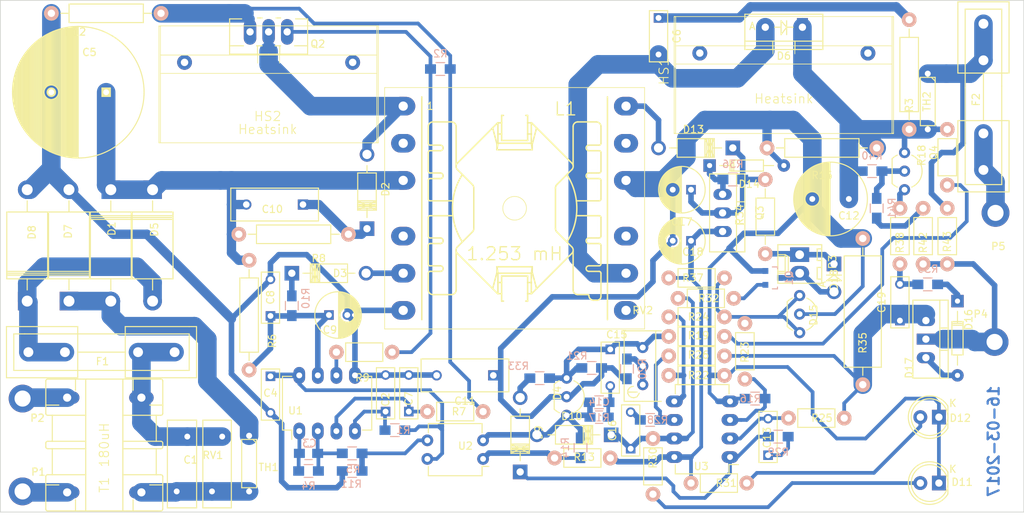
<source format=kicad_pcb>
(kicad_pcb (version 4) (host pcbnew 4.0.6-e0-6349~53~ubuntu16.04.1)
  (layers (0 F.Cu signal) (31 B.Cu signal) (34 B.Paste user) (35 F.Paste user) (36 B.SilkS user) (37 F.SilkS user) (38 B.Mask user) (39 F.Mask user) (44 Edge.Cuts user))
  (net 0 "")
  (net 1 "Net-(C1-Pad1)")
  (net 2 "Net-(C1-Pad2)")
  (net 3 "Net-(C2-Pad1)")
  (net 4 GNDA)
  (net 5 "Net-(C3-Pad1)")
  (net 6 "Net-(C3-Pad2)")
  (net 7 "Net-(C4-Pad1)")
  (net 8 "Net-(C10-Pad2)")
  (net 9 "Net-(C6-Pad1)")
  (net 10 "Net-(C6-Pad2)")
  (net 11 "Net-(C7-Pad1)")
  (net 12 "Net-(C8-Pad1)")
  (net 13 "Net-(C10-Pad1)")
  (net 14 GNDD)
  (net 15 VCC)
  (net 16 "Net-(C13-Pad1)")
  (net 17 "Net-(C13-Pad2)")
  (net 18 "Net-(C14-Pad1)")
  (net 19 "Net-(C14-Pad2)")
  (net 20 "Net-(C15-Pad1)")
  (net 21 "Net-(C16-Pad1)")
  (net 22 "Net-(C16-Pad2)")
  (net 23 +12V)
  (net 24 I_sen)
  (net 25 "Net-(C19-Pad2)")
  (net 26 "Net-(D1-Pad2)")
  (net 27 "Net-(D2-Pad2)")
  (net 28 "Net-(D3-Pad2)")
  (net 29 "Net-(D3-Pad1)")
  (net 30 "Net-(D5-Pad2)")
  (net 31 "Net-(D9-Pad2)")
  (net 32 "Net-(D9-Pad1)")
  (net 33 "Net-(D11-Pad2)")
  (net 34 "Net-(D12-Pad2)")
  (net 35 "Net-(D13-Pad2)")
  (net 36 "Net-(D14-Pad1)")
  (net 37 +2V5)
  (net 38 "Net-(D16-Pad2)")
  (net 39 "Net-(D16-Pad1)")
  (net 40 "Net-(D17-Pad2)")
  (net 41 "Net-(P1-Pad1)")
  (net 42 "Net-(P2-Pad1)")
  (net 43 "Net-(Q1-Pad1)")
  (net 44 "Net-(Q2-Pad1)")
  (net 45 "Net-(Q2-Pad3)")
  (net 46 "Net-(Q4-Pad2)")
  (net 47 "Net-(Q4-Pad3)")
  (net 48 "Net-(R11-Pad2)")
  (net 49 "Net-(R9-Pad2)")
  (net 50 "Net-(R13-Pad1)")
  (net 51 "Net-(R16-Pad2)")
  (net 52 "Net-(R18-Pad1)")
  (net 53 "Net-(R20-Pad2)")
  (net 54 "Net-(R22-Pad2)")
  (net 55 "Net-(R26-Pad1)")
  (net 56 "Net-(R41-Pad1)")
  (net 57 +15V)
  (net 58 "Net-(D18-Pad2)")
  (net 59 "Net-(D18-Pad1)")
  (net 60 "Net-(F2-Pad2)")
  (net 61 "Net-(F2-Pad1)")
  (module Mounting_Holes:MountingHole_2.2mm_M2_DIN965_Pad (layer F.Cu) (at 199.009 109.728)
    (fp_text reference P4 (at -1.905 -3.81) (layer F.SilkS))
    (fp_text value OUT-)
    (pad 1 thru_hole circle (at 0 0) (size 3.8 3.8) (drill 2.2) (layers *.Cu *.Mask) (net 40 "Net-(D17-Pad2)"))
  )
  (module Varistors:RV_Disc_D12_W4_P7.5 (layer F.Cu) (at 87.122 130.175 90)
    (fp_text reference C1 (at 4.318 1.905 180) (layer F.SilkS))
    (fp_text value "100 nF")
    (pad 1 thru_hole circle (at 0 0 90) (size 1.8 1.8) (drill 0.8) (layers *.Cu *.Mask) (net 1 "Net-(C1-Pad1)"))
    (pad 2 thru_hole circle (at 7.5 1.45 90) (size 1.8 1.8) (drill 0.8) (layers *.Cu *.Mask) (net 2 "Net-(C1-Pad2)"))
  )
  (module Capacitors_THT:C_Rect_L7_W2.5_P5 (layer F.Cu) (at 99.949 114.427 270)
    (fp_text reference C4 (at 2.286 0 360) (layer F.SilkS))
    (fp_text value 100nF-50V)
    (pad 1 thru_hole rect (at 0 0 270) (size 1.3 1.3) (drill 0.8) (layers *.Cu *.Mask) (net 7 "Net-(C4-Pad1)"))
    (pad 2 thru_hole circle (at 5 0 270) (size 1.3 1.3) (drill 0.8) (layers *.Cu *.Mask) (net 4 GNDA))
  )
  (module Capacitors_THT:C_Radial_D18_L36_P7.5 (layer F.Cu) (at 77.47 75.565 180)
    (fp_text reference C5 (at 2.286 5.461 180) (layer F.SilkS))
    (fp_text value 68uF400V)
    (pad 1 thru_hole rect (at 0 0 180) (size 1.3 1.3) (drill 0.8) (layers *.Cu *.Mask F.SilkS) (net 8 "Net-(C10-Pad2)"))
    (pad 2 thru_hole circle (at 7.5 0 180) (size 1.3 1.3) (drill 0.8) (layers *.Cu *.Mask F.SilkS) (net 4 GNDA))
  )
  (module Capacitors_THT:C_Radial_D6.3_L11.2_P2.5 (layer F.Cu) (at 107.95 106.045)
    (fp_text reference C9 (at 0.127 2.032) (layer F.SilkS))
    (fp_text value 47uF50V)
    (pad 2 thru_hole circle (at 2.5 0) (size 1.3 1.3) (drill 0.8) (layers *.Cu *.Mask) (net 4 GNDA))
    (pad 1 thru_hole rect (at 0 0) (size 1.3 1.3) (drill 0.8) (layers *.Cu *.Mask) (net 12 "Net-(C8-Pad1)"))
  )
  (module Capacitors_THT:C_Disc_D12_P7.75 (layer F.Cu) (at 104.394 90.932 180)
    (fp_text reference C10 (at 4.191 -0.635 180) (layer F.SilkS))
    (fp_text value "103 2kv")
    (pad 1 thru_hole rect (at 0 0 180) (size 1.4 1.4) (drill 0.9) (layers *.Cu *.Mask) (net 13 "Net-(C10-Pad1)"))
    (pad 2 thru_hole circle (at 7.75 0 180) (size 1.4 1.4) (drill 0.9) (layers *.Cu *.Mask) (net 8 "Net-(C10-Pad2)"))
  )
  (module Capacitors_SMD:C_0805_HandSoldering (layer B.Cu) (at 144.907 120.015 180)
    (fp_text reference C14 (at 0 2.1 180) (layer B.SilkS) (effects (justify mirror)))
    (fp_text value 22pF25V)
    (pad 1 smd rect (at -1.25 0 180) (size 1.5 1.25) (layers B.Cu B.Paste B.Mask) (net 18 "Net-(C14-Pad1)"))
    (pad 2 smd rect (at 1.25 0 180) (size 1.5 1.25) (layers B.Cu B.Paste B.Mask) (net 19 "Net-(C14-Pad2)"))
  )
  (module Diodes_THT:Diode_DO-201AD_Horizontal_RM15 (layer F.Cu) (at 78.105 88.9 270)
    (fp_text reference D1 (at 5.334 -0.127 270) (layer F.SilkS))
    (fp_text value 1N5408)
    (pad 2 thru_hole circle (at 15.24122 -0.00296 90) (size 2.54 2.54) (drill 1.50114) (layers *.Cu *.Mask) (net 26 "Net-(D1-Pad2)"))
    (pad 1 thru_hole rect (at 0.00122 -0.00296 90) (size 2.54 2.54) (drill 1.50114) (layers *.Cu *.Mask) (net 8 "Net-(C10-Pad2)"))
  )
  (module Diodes_THT:Diode_DO-41_SOD81_Horizontal_RM10 (layer F.Cu) (at 113.157 94.234 90)
    (fp_text reference D2 (at 5.38734 2.53746 90) (layer F.SilkS))
    (fp_text value FR207)
    (pad 2 thru_hole circle (at 10.16 -0.00254 270) (size 1.99898 1.99898) (drill 1.27) (layers *.Cu *.Mask) (net 27 "Net-(D2-Pad2)"))
    (pad 1 thru_hole rect (at 0 -0.00254 270) (size 1.99898 1.99898) (drill 1.00076) (layers *.Cu *.Mask) (net 13 "Net-(C10-Pad1)"))
  )
  (module Diodes_THT:Diode_DO-41_SOD81_Horizontal_RM10 (layer F.Cu) (at 102.87 100.33)
    (fp_text reference D3 (at 6.604 0) (layer F.SilkS))
    (fp_text value 1N5819)
    (pad 2 thru_hole circle (at 10.16 -0.00254 180) (size 1.99898 1.99898) (drill 1.27) (layers *.Cu *.Mask) (net 28 "Net-(D3-Pad2)"))
    (pad 1 thru_hole rect (at 0 -0.00254 180) (size 1.99898 1.99898) (drill 1.00076) (layers *.Cu *.Mask) (net 29 "Net-(D3-Pad1)"))
  )
  (module TO_SOT_Packages_THT:TO-92_Inline_Wide (layer F.Cu) (at 140.462 114.681 270)
    (fp_text reference D4 (at 2.032 1.27 450) (layer F.SilkS))
    (fp_text value TL431LP)
    (pad 2 thru_hole circle (at 2.54 0) (size 1.524 1.524) (drill 0.8) (layers *.Cu *.Mask) (net 14 GNDD))
    (pad 3 thru_hole circle (at 5.08 0) (size 1.524 1.524) (drill 0.8) (layers *.Cu *.Mask) (net 19 "Net-(C14-Pad2)"))
    (pad 1 thru_hole circle (at 0 0) (size 1.524 1.524) (drill 0.8) (layers *.Cu *.Mask) (net 20 "Net-(C15-Pad1)"))
  )
  (module Diodes_THT:Diode_DO-201AD_Horizontal_RM15 (layer F.Cu) (at 83.82 88.9 270)
    (fp_text reference D5 (at 5.461 -0.254 270) (layer F.SilkS))
    (fp_text value 1N5408)
    (pad 2 thru_hole circle (at 15.24122 -0.00296 90) (size 2.54 2.54) (drill 1.50114) (layers *.Cu *.Mask) (net 30 "Net-(D5-Pad2)"))
    (pad 1 thru_hole rect (at 0.00122 -0.00296 90) (size 2.54 2.54) (drill 1.50114) (layers *.Cu *.Mask) (net 8 "Net-(C10-Pad2)"))
  )
  (module Diodes_THT:Diode_DO-201AD_Horizontal_RM15 (layer F.Cu) (at 72.39 104.14 90)
    (fp_text reference D7 (at 9.525 -0.127 90) (layer F.SilkS))
    (fp_text value 1N5408)
    (pad 2 thru_hole circle (at 15.24122 -0.00296 270) (size 2.54 2.54) (drill 1.50114) (layers *.Cu *.Mask) (net 4 GNDA))
    (pad 1 thru_hole rect (at 0.00122 -0.00296 270) (size 2.54 2.54) (drill 1.50114) (layers *.Cu *.Mask) (net 26 "Net-(D1-Pad2)"))
  )
  (module Diodes_THT:Diode_DO-201AD_Horizontal_RM15 (layer F.Cu) (at 66.675 104.14 90)
    (fp_text reference D8 (at 9.398 0.635 90) (layer F.SilkS))
    (fp_text value 1N5408)
    (pad 2 thru_hole circle (at 15.24122 -0.00296 270) (size 2.54 2.54) (drill 1.50114) (layers *.Cu *.Mask) (net 4 GNDA))
    (pad 1 thru_hole rect (at 0.00122 -0.00296 270) (size 2.54 2.54) (drill 1.50114) (layers *.Cu *.Mask) (net 30 "Net-(D5-Pad2)"))
  )
  (module Diodes_THT:Diode_DO-41_SOD81_Horizontal_RM10 (layer F.Cu) (at 134.112 127.508 90)
    (fp_text reference D9 (at 5.38734 2.53746 90) (layer F.SilkS))
    (fp_text value 1N4148)
    (pad 2 thru_hole circle (at 10.16 -0.00254 270) (size 1.99898 1.99898) (drill 1.27) (layers *.Cu *.Mask) (net 31 "Net-(D9-Pad2)"))
    (pad 1 thru_hole rect (at 0 -0.00254 270) (size 1.99898 1.99898) (drill 1.00076) (layers *.Cu *.Mask) (net 32 "Net-(D9-Pad1)"))
  )
  (module Diodes_THT:Diode_DO-41_SOD81_Horizontal_RM10 (layer F.Cu) (at 146.558 122.428 180)
    (fp_text reference D10 (at 5.38734 2.53746 180) (layer F.SilkS))
    (fp_text value 1N4148)
    (pad 2 thru_hole circle (at 10.16 -0.00254) (size 1.99898 1.99898) (drill 1.27) (layers *.Cu *.Mask) (net 19 "Net-(C14-Pad2)"))
    (pad 1 thru_hole rect (at 0 -0.00254) (size 1.99898 1.99898) (drill 1.00076) (layers *.Cu *.Mask) (net 21 "Net-(C16-Pad1)"))
  )
  (module LEDs:LED-5MM (layer F.Cu) (at 191.389 129.032 180)
    (fp_text reference D11 (at -3.175 0.127 180) (layer F.SilkS))
    (fp_text value charging)
    (fp_text user K (at -1.905 1.905 180) (layer F.SilkS))
    (pad 1 thru_hole rect (at 0 0 270) (size 2 1.9) (drill 1.00076) (layers *.Cu *.Mask) (net 14 GNDD))
    (pad 2 thru_hole circle (at 2.54 0 180) (size 1.9 1.9) (drill 1.00076) (layers *.Cu *.Mask) (net 33 "Net-(D11-Pad2)"))
  )
  (module LEDs:LED-5MM (layer F.Cu) (at 191.389 120.015 180)
    (fp_text reference D12 (at -2.921 -0.127 180) (layer F.SilkS))
    (fp_text value power)
    (fp_text user K (at -1.905 1.905 180) (layer F.SilkS))
    (pad 1 thru_hole rect (at 0 0 270) (size 2 1.9) (drill 1.00076) (layers *.Cu *.Mask) (net 14 GNDD))
    (pad 2 thru_hole circle (at 2.54 0 180) (size 1.9 1.9) (drill 1.00076) (layers *.Cu *.Mask) (net 34 "Net-(D12-Pad2)"))
  )
  (module Diodes_THT:Diode_DO-41_SOD81_Horizontal_RM10 (layer F.Cu) (at 163.195 83.185 180)
    (fp_text reference D13 (at 5.38734 2.53746 180) (layer F.SilkS))
    (fp_text value FR207)
    (pad 2 thru_hole circle (at 10.16 -0.00254) (size 1.99898 1.99898) (drill 1.27) (layers *.Cu *.Mask) (net 35 "Net-(D13-Pad2)"))
    (pad 1 thru_hole rect (at 0 -0.00254) (size 1.99898 1.99898) (drill 1.00076) (layers *.Cu *.Mask) (net 57 +15V))
  )
  (module Diodes_THT:Diode_DO-35_SOD27_Horizontal_RM10 (layer F.Cu) (at 160.02 85.598)
    (fp_text reference D14 (at 5.43052 2.53746) (layer F.SilkS))
    (fp_text value "D_Z 12V")
    (pad 2 thru_hole circle (at 10.16052 -0.00254 180) (size 1.69926 1.69926) (drill 0.70104) (layers *.Cu *.Mask) (net 14 GNDD))
    (pad 1 thru_hole rect (at 0.00052 -0.00254 180) (size 1.69926 1.69926) (drill 0.70104) (layers *.Cu *.Mask) (net 36 "Net-(D14-Pad1)"))
  )
  (module TO_SOT_Packages_THT:TO-92_Inline_Wide (layer F.Cu) (at 172.339 103.378 270)
    (fp_text reference D15 (at 2.667 -1.905 450) (layer F.SilkS))
    (fp_text value TL431LP)
    (pad 2 thru_hole circle (at 2.54 0) (size 1.524 1.524) (drill 0.8) (layers *.Cu *.Mask) (net 14 GNDD))
    (pad 3 thru_hole circle (at 5.08 0) (size 1.524 1.524) (drill 0.8) (layers *.Cu *.Mask) (net 37 +2V5))
    (pad 1 thru_hole circle (at 0 0) (size 1.524 1.524) (drill 0.8) (layers *.Cu *.Mask) (net 37 +2V5))
  )
  (module Diodes_THT:Diode_DO-35_SOD27_Horizontal_RM10 (layer F.Cu) (at 193.929 104.14 270)
    (fp_text reference D16 (at 2.54 -1.524 270) (layer F.SilkS))
    (fp_text value DIAC-DB3)
    (pad 2 thru_hole circle (at 10.16052 -0.00254 90) (size 1.69926 1.69926) (drill 0.70104) (layers *.Cu *.Mask) (net 38 "Net-(D16-Pad2)"))
    (pad 1 thru_hole rect (at 0.00052 -0.00254 90) (size 1.69926 1.69926) (drill 0.70104) (layers *.Cu *.Mask) (net 39 "Net-(D16-Pad1)"))
  )
  (module Diodes_THT:Diode_TO-220_Dual_CommonCathode_Vertical (layer F.Cu) (at 189.611 106.807 270)
    (fp_text reference D17 (at 6.477 2.286 270) (layer F.SilkS))
    (fp_text value BT151)
    (pad 2 thru_hole rect (at 2.53746 0) (size 2.49936 1.50114) (drill 1.00076) (layers *.Cu *.Mask) (net 40 "Net-(D17-Pad2)"))
    (pad 1 thru_hole oval (at -0.00254 0) (size 2.49936 1.50114) (drill 1.00076) (layers *.Cu *.Mask) (net 24 I_sen))
    (pad 3 thru_hole oval (at 5.07746 0) (size 2.49936 1.50114) (drill 1.00076) (layers *.Cu *.Mask) (net 38 "Net-(D16-Pad2)"))
  )
  (module Fuse_Holders_and_Fuses:Fuseholder5x20_horiz_open_inline_Type-I (layer F.Cu) (at 76.835 111.125)
    (fp_text reference F1 (at 0.127 1.27) (layer F.SilkS))
    (fp_text value Fuse-2A)
    (pad 2 thru_hole circle (at 5.00126 0) (size 2.3495 2.3495) (drill 1.34874) (layers *.Cu *.Mask) (net 2 "Net-(C1-Pad2)"))
    (pad 2 thru_hole circle (at 9.99998 0) (size 2.3495 2.3495) (drill 1.34874) (layers *.Cu *.Mask) (net 2 "Net-(C1-Pad2)"))
    (pad 1 thru_hole circle (at -5.00126 0) (size 2.3495 2.3495) (drill 1.34874) (layers *.Cu *.Mask) (net 30 "Net-(D5-Pad2)"))
    (pad 1 thru_hole circle (at -9.99998 0) (size 2.3495 2.3495) (drill 1.34874) (layers *.Cu *.Mask) (net 30 "Net-(D5-Pad2)"))
  )
  (module heatsink:heatsink-D03PA (layer F.Cu) (at 170.18 69.215)
    (fp_text reference HS1 (at -16.4 3.5 90) (layer F.SilkS) (effects (font (size 1.27 1.27) (thickness 0.127))))
    (fp_text value Heatsink (at 0 7.239 180) (layer F.SilkS) (effects (font (size 1.27 1.27) (thickness 0.127))))
    (pad B thru_hole circle (at 11.5 1) (size 2.032 2.032) (drill 1.016) (layers *.Cu *.Mask))
    (pad A thru_hole circle (at -11.5 1) (size 2.032 2.032) (drill 1.016) (layers *.Cu *.Mask))
  )
  (module heatsink:heatsink-D03PA (layer F.Cu) (at 99.695 70.485)
    (fp_text reference HS2 (at -0.127 8.382 180) (layer F.SilkS) (effects (font (size 1.27 1.27) (thickness 0.127))))
    (fp_text value Heatsink (at -0.127 10.16 180) (layer F.SilkS) (effects (font (size 1.27 1.27) (thickness 0.127))))
    (pad B thru_hole circle (at 11.5 1) (size 2.032 2.032) (drill 1.016) (layers *.Cu *.Mask))
    (pad A thru_hole circle (at -11.5 1) (size 2.032 2.032) (drill 1.016) (layers *.Cu *.Mask))
  )
  (module transfo:trafo-siemens-RM8-12A (layer F.Cu) (at 133.35 91.44)
    (fp_text reference L1 (at 6.985 -13.589) (layer F.SilkS) (effects (font (size 1.778 1.778) (thickness 0.1778))))
    (fp_text value "1.253 mH" (at 0 6.223) (layer F.SilkS) (effects (font (size 1.778 1.778) (thickness 0.1778))))
    (fp_text user 1 (at -11.557 -13.97) (layer F.SilkS))
    (pad 12 thru_hole oval (at 15.24 -13.97 90) (size 2.54 3.302) (drill 1.27) (layers *.Cu *.Paste *.Mask) (net 35 "Net-(D13-Pad2)"))
    (pad 6 thru_hole oval (at -15.24 13.97 90) (size 2.54 3.302) (drill 1.27) (layers *.Cu *.Paste *.Mask) (net 4 GNDA))
    (pad 1 thru_hole oval (at -15.24 -13.97 90) (size 2.54 3.302) (drill 1.27) (layers *.Cu *.Paste *.Mask) (net 27 "Net-(D2-Pad2)"))
    (pad 2 thru_hole oval (at -15.24 -8.89 90) (size 2.54 3.302) (drill 1.27) (layers *.Cu *.Paste *.Mask))
    (pad 3 thru_hole oval (at -15.24 -3.81 90) (size 2.54 3.302) (drill 1.27) (layers *.Cu *.Paste *.Mask) (net 8 "Net-(C10-Pad2)"))
    (pad 4 thru_hole oval (at -15.24 3.81 90) (size 2.54 3.302) (drill 1.27) (layers *.Cu *.Paste *.Mask))
    (pad 5 thru_hole oval (at -15.24 8.89 90) (size 2.54 3.302) (drill 1.27) (layers *.Cu *.Paste *.Mask) (net 28 "Net-(D3-Pad2)"))
    (pad 11 thru_hole oval (at 15.24 -8.89 90) (size 2.54 3.302) (drill 1.27) (layers *.Cu *.Paste *.Mask))
    (pad 10 thru_hole oval (at 15.24 -3.81 90) (size 2.54 3.302) (drill 1.27) (layers *.Cu *.Paste *.Mask) (net 14 GNDD))
    (pad 9 thru_hole oval (at 15.24 3.81 90) (size 2.54 3.302) (drill 1.27) (layers *.Cu *.Paste *.Mask))
    (pad 8 thru_hole oval (at 15.24 8.89 90) (size 2.54 3.302) (drill 1.27) (layers *.Cu *.Paste *.Mask) (net 10 "Net-(C6-Pad2)"))
    (pad 7 thru_hole oval (at 15.24 13.97 90) (size 2.54 3.302) (drill 1.27) (layers *.Cu *.Paste *.Mask))
  )
  (module Mounting_Holes:MountingHole_2.2mm_M2_DIN965_Pad (layer F.Cu) (at 66.04 130.175)
    (fp_text reference P1 (at 2.159 -2.667) (layer F.SilkS))
    (fp_text value IN1)
    (pad 1 thru_hole circle (at 0 0) (size 3.8 3.8) (drill 2.2) (layers *.Cu *.Mask) (net 41 "Net-(P1-Pad1)"))
  )
  (module Mounting_Holes:MountingHole_2.2mm_M2_DIN965_Pad (layer F.Cu) (at 66.04 117.475)
    (fp_text reference P2 (at 2.032 2.667) (layer F.SilkS))
    (fp_text value IN2)
    (pad 1 thru_hole circle (at 0 0) (size 3.8 3.8) (drill 2.2) (layers *.Cu *.Mask) (net 42 "Net-(P2-Pad1)"))
  )
  (module Connectors_Molex:Molex_KK-6410-02_02x2.54mm_Straight (layer F.Cu) (at 172.339 97.79 270)
    (fp_text reference P3 (at 1 -4.5 270) (layer F.SilkS))
    (fp_text value FAN)
    (pad 1 thru_hole rect (at 0 0 270) (size 2 2.6) (drill 1.2) (layers *.Cu *.Mask) (net 59 "Net-(D18-Pad1)"))
    (pad 2 thru_hole oval (at 2.54 0 270) (size 2 2.6) (drill 1.2) (layers *.Cu *.Mask) (net 58 "Net-(D18-Pad2)"))
  )
  (module Mounting_Holes:MountingHole_2.2mm_M2_DIN965_Pad (layer F.Cu) (at 199.136 92.075)
    (fp_text reference P5 (at 0.381 4.572) (layer F.SilkS))
    (fp_text value OUT+)
    (pad 1 thru_hole circle (at 0 0) (size 3.8 3.8) (drill 2.2) (layers *.Cu *.Mask) (net 61 "Net-(F2-Pad1)"))
  )
  (module TO_SOT_Packages_THT:TO-220_Neutral123_Vertical_LargePads (layer F.Cu) (at 99.695 67.31 180)
    (fp_text reference Q2 (at -6.731 -1.651 180) (layer F.SilkS))
    (fp_text value 20N60)
    (pad 2 thru_hole oval (at 0 0 270) (size 3.50012 1.69926) (drill 1.00076) (layers *.Cu *.Mask) (net 27 "Net-(D2-Pad2)"))
    (pad 1 thru_hole oval (at -2.54 0 270) (size 3.50012 1.69926) (drill 1.00076) (layers *.Cu *.Mask) (net 44 "Net-(Q2-Pad1)"))
    (pad 3 thru_hole oval (at 2.54 0 270) (size 3.50012 1.69926) (drill 1.00076) (layers *.Cu *.Mask) (net 45 "Net-(Q2-Pad3)"))
  )
  (module TO_SOT_Packages_THT:TO-220_Neutral123_Vertical (layer F.Cu) (at 161.798 92.075 270)
    (fp_text reference Q3 (at 0 -5.08 270) (layer F.SilkS))
    (fp_text value TIP122)
    (pad 2 thru_hole oval (at 0 0) (size 2.49936 1.50114) (drill 1.00076) (layers *.Cu *.Mask) (net 57 +15V))
    (pad 1 thru_hole oval (at -2.54 0) (size 2.49936 1.50114) (drill 1.00076) (layers *.Cu *.Mask) (net 36 "Net-(D14-Pad1)"))
    (pad 3 thru_hole oval (at 2.54 0) (size 2.49936 1.50114) (drill 1.00076) (layers *.Cu *.Mask) (net 23 +12V))
  )
  (module TO_SOT_Packages_THT:TO-92_Inline_Wide (layer F.Cu) (at 186.69 83.82 270)
    (fp_text reference Q4 (at 0 -4 450) (layer F.SilkS))
    (fp_text value 2N3906)
    (pad 2 thru_hole circle (at 2.54 0) (size 1.524 1.524) (drill 0.8) (layers *.Cu *.Mask) (net 46 "Net-(Q4-Pad2)"))
    (pad 3 thru_hole circle (at 5.08 0) (size 1.524 1.524) (drill 0.8) (layers *.Cu *.Mask) (net 47 "Net-(Q4-Pad3)"))
    (pad 1 thru_hole circle (at 0 0) (size 1.524 1.524) (drill 0.8) (layers *.Cu *.Mask) (net 15 VCC))
  )
  (module Resistors_SMD:R_0805_HandSoldering (layer B.Cu) (at 123.19 72.39 180)
    (fp_text reference R2 (at 0 2.1 180) (layer B.SilkS) (effects (justify mirror)))
    (fp_text value 10k)
    (pad 1 smd rect (at -1.35 0 180) (size 1.5 1.3) (layers B.Cu B.Paste B.Mask) (net 45 "Net-(Q2-Pad3)"))
    (pad 2 smd rect (at 1.35 0 180) (size 1.5 1.3) (layers B.Cu B.Paste B.Mask) (net 44 "Net-(Q2-Pad1)"))
  )
  (module Resistors_SMD:R_0805_HandSoldering (layer B.Cu) (at 105.156 127.381)
    (fp_text reference R4 (at 0 2.032) (layer B.SilkS) (effects (justify mirror)))
    (fp_text value 10k)
    (pad 1 smd rect (at -1.35 0) (size 1.5 1.3) (layers B.Cu B.Paste B.Mask) (net 5 "Net-(C3-Pad1)"))
    (pad 2 smd rect (at 1.35 0) (size 1.5 1.3) (layers B.Cu B.Paste B.Mask) (net 6 "Net-(C3-Pad2)"))
  )
  (module Resistors_SMD:R_0805_HandSoldering (layer B.Cu) (at 111.125 124.968 180)
    (fp_text reference R5 (at -0.127 -2.159 180) (layer B.SilkS) (effects (justify mirror)))
    (fp_text value 15k)
    (pad 1 smd rect (at -1.35 0 180) (size 1.5 1.3) (layers B.Cu B.Paste B.Mask) (net 48 "Net-(R11-Pad2)"))
    (pad 2 smd rect (at 1.35 0 180) (size 1.5 1.3) (layers B.Cu B.Paste B.Mask) (net 6 "Net-(C3-Pad2)"))
  )
  (module Resistors_THT:Resistor_Horizontal_RM15mm (layer F.Cu) (at 97.028 98.552 270)
    (fp_text reference R6 (at 11.049 -3.175 270) (layer F.SilkS))
    (fp_text value 150K1W)
    (pad 1 thru_hole circle (at 0 0 270) (size 1.99898 1.99898) (drill 1.00076) (layers *.Cu *.SilkS *.Mask) (net 8 "Net-(C10-Pad2)"))
    (pad 2 thru_hole circle (at 15 0 270) (size 1.99898 1.99898) (drill 1.00076) (layers *.Cu *.SilkS *.Mask) (net 12 "Net-(C8-Pad1)"))
  )
  (module Resistors_THT:Resistor_Horizontal_RM7mm (layer F.Cu) (at 116.586 111.125 180)
    (fp_text reference R9 (at 4.05892 -3.50012 180) (layer F.SilkS))
    (fp_text value 33R2)
    (pad 1 thru_hole circle (at 0 0 180) (size 1.99898 1.99898) (drill 1.00076) (layers *.Cu *.SilkS *.Mask) (net 44 "Net-(Q2-Pad1)"))
    (pad 2 thru_hole circle (at 7.62 0 180) (size 1.99898 1.99898) (drill 1.00076) (layers *.Cu *.SilkS *.Mask) (net 49 "Net-(R9-Pad2)"))
  )
  (module Resistors_SMD:R_0805_HandSoldering (layer B.Cu) (at 102.87 104.775 270)
    (fp_text reference R10 (at -1.016 -1.905 450) (layer B.SilkS) (effects (justify mirror)))
    (fp_text value 10R)
    (pad 1 smd rect (at -1.35 0 270) (size 1.5 1.3) (layers B.Cu B.Paste B.Mask) (net 29 "Net-(D3-Pad1)"))
    (pad 2 smd rect (at 1.35 0 270) (size 1.5 1.3) (layers B.Cu B.Paste B.Mask) (net 12 "Net-(C8-Pad1)"))
  )
  (module Resistors_SMD:R_0805_HandSoldering (layer B.Cu) (at 111.125 127.381)
    (fp_text reference R11 (at -0.127 1.778) (layer B.SilkS) (effects (justify mirror)))
    (fp_text value 1k)
    (pad 1 smd rect (at -1.35 0) (size 1.5 1.3) (layers B.Cu B.Paste B.Mask) (net 4 GNDA))
    (pad 2 smd rect (at 1.35 0) (size 1.5 1.3) (layers B.Cu B.Paste B.Mask) (net 48 "Net-(R11-Pad2)"))
  )
  (module Resistors_THT:Resistor_Horizontal_RM7mm (layer F.Cu) (at 138.811 125.603)
    (fp_text reference R13 (at 4.064 -0.127) (layer F.SilkS))
    (fp_text value 1k)
    (pad 1 thru_hole circle (at 0 0) (size 1.99898 1.99898) (drill 1.00076) (layers *.Cu *.SilkS *.Mask) (net 50 "Net-(R13-Pad1)"))
    (pad 2 thru_hole circle (at 7.62 0) (size 1.99898 1.99898) (drill 1.00076) (layers *.Cu *.SilkS *.Mask) (net 23 +12V))
  )
  (module Resistors_SMD:R_0805_HandSoldering (layer B.Cu) (at 142.367 124.206 270)
    (fp_text reference R14 (at 0 2.1 270) (layer B.SilkS) (effects (justify mirror)))
    (fp_text value 1k)
    (pad 1 smd rect (at -1.35 0 270) (size 1.5 1.3) (layers B.Cu B.Paste B.Mask) (net 19 "Net-(C14-Pad2)"))
    (pad 2 smd rect (at 1.35 0 270) (size 1.5 1.3) (layers B.Cu B.Paste B.Mask) (net 50 "Net-(R13-Pad1)"))
  )
  (module Resistors_THT:Resistor_Horizontal_RM15mm (layer F.Cu) (at 182.88 83.185 180)
    (fp_text reference R15 (at 7.5 -3.74904 180) (layer F.SilkS))
    (fp_text value 15k-1W)
    (pad 1 thru_hole circle (at 0 0 180) (size 1.99898 1.99898) (drill 1.00076) (layers *.Cu *.SilkS *.Mask) (net 15 VCC))
    (pad 2 thru_hole circle (at 15 0 180) (size 1.99898 1.99898) (drill 1.00076) (layers *.Cu *.SilkS *.Mask) (net 14 GNDD))
  )
  (module Resistors_SMD:R_0805_HandSoldering (layer B.Cu) (at 166.243 117.475)
    (fp_text reference R16 (at -0.635 0) (layer B.SilkS) (effects (justify mirror)))
    (fp_text value 4.7k-1%)
    (pad 1 smd rect (at -1.35 0) (size 1.5 1.3) (layers B.Cu B.Paste B.Mask) (net 14 GNDD))
    (pad 2 smd rect (at 1.35 0) (size 1.5 1.3) (layers B.Cu B.Paste B.Mask) (net 51 "Net-(R16-Pad2)"))
  )
  (module Resistors_SMD:R_0805_HandSoldering (layer B.Cu) (at 144.907 117.983)
    (fp_text reference R17 (at 0 2.1) (layer B.SilkS) (effects (justify mirror)))
    (fp_text value 33k)
    (pad 1 smd rect (at -1.35 0) (size 1.5 1.3) (layers B.Cu B.Paste B.Mask) (net 19 "Net-(C14-Pad2)"))
    (pad 2 smd rect (at 1.35 0) (size 1.5 1.3) (layers B.Cu B.Paste B.Mask) (net 18 "Net-(C14-Pad1)"))
  )
  (module Resistors_THT:Resistor_Horizontal_RM7mm (layer F.Cu) (at 192.532 88.265 90)
    (fp_text reference R18 (at 4.05892 -3.50012 90) (layer F.SilkS))
    (fp_text value 27k)
    (pad 1 thru_hole circle (at 0 0 90) (size 1.99898 1.99898) (drill 1.00076) (layers *.Cu *.SilkS *.Mask) (net 52 "Net-(R18-Pad1)"))
    (pad 2 thru_hole circle (at 7.62 0 90) (size 1.99898 1.99898) (drill 1.00076) (layers *.Cu *.SilkS *.Mask) (net 15 VCC))
  )
  (module Resistors_THT:Resistor_Horizontal_RM7mm (layer F.Cu) (at 154.432 108.966)
    (fp_text reference R19 (at 4.064 -0.127) (layer F.SilkS))
    (fp_text value 27k)
    (pad 1 thru_hole circle (at 0 0) (size 1.99898 1.99898) (drill 1.00076) (layers *.Cu *.SilkS *.Mask) (net 20 "Net-(C15-Pad1)"))
    (pad 2 thru_hole circle (at 7.62 0) (size 1.99898 1.99898) (drill 1.00076) (layers *.Cu *.SilkS *.Mask) (net 52 "Net-(R18-Pad1)"))
  )
  (module Resistors_SMD:R_0805_HandSoldering (layer B.Cu) (at 148.717 113.411 90)
    (fp_text reference R20 (at 0 2.1 90) (layer B.SilkS) (effects (justify mirror)))
    (fp_text value 10k)
    (pad 1 smd rect (at -1.35 0 90) (size 1.5 1.3) (layers B.Cu B.Paste B.Mask) (net 14 GNDD))
    (pad 2 smd rect (at 1.35 0 90) (size 1.5 1.3) (layers B.Cu B.Paste B.Mask) (net 53 "Net-(R20-Pad2)"))
  )
  (module Resistors_SMD:R_0805_HandSoldering (layer B.Cu) (at 143.891 113.284 180)
    (fp_text reference R21 (at 2.032 1.651 180) (layer B.SilkS) (effects (justify mirror)))
    (fp_text value 3k)
    (pad 1 smd rect (at -1.35 0 180) (size 1.5 1.3) (layers B.Cu B.Paste B.Mask) (net 14 GNDD))
    (pad 2 smd rect (at 1.35 0 180) (size 1.5 1.3) (layers B.Cu B.Paste B.Mask) (net 20 "Net-(C15-Pad1)"))
  )
  (module Resistors_SMD:R_0805_HandSoldering (layer B.Cu) (at 151.892 120.396)
    (fp_text reference R28 (at 1.016 0) (layer B.SilkS) (effects (justify mirror)))
    (fp_text value 10k)
    (pad 1 smd rect (at -1.35 0) (size 1.5 1.3) (layers B.Cu B.Paste B.Mask) (net 22 "Net-(C16-Pad2)"))
    (pad 2 smd rect (at 1.35 0) (size 1.5 1.3) (layers B.Cu B.Paste B.Mask) (net 55 "Net-(R26-Pad1)"))
  )
  (module Resistors_SMD:R_0805_HandSoldering (layer B.Cu) (at 169.418 122.682)
    (fp_text reference R29 (at 0 2.1) (layer B.SilkS) (effects (justify mirror)))
    (fp_text value 10k)
    (pad 1 smd rect (at -1.35 0) (size 1.5 1.3) (layers B.Cu B.Paste B.Mask) (net 32 "Net-(D9-Pad1)"))
    (pad 2 smd rect (at 1.35 0) (size 1.5 1.3) (layers B.Cu B.Paste B.Mask) (net 16 "Net-(C13-Pad1)"))
  )
  (module Resistors_THT:Resistor_Horizontal_RM7mm (layer F.Cu) (at 152.273 122.936 270)
    (fp_text reference R30 (at 2.667 0 270) (layer F.SilkS))
    (fp_text value 1k)
    (pad 1 thru_hole circle (at 0 0 270) (size 1.99898 1.99898) (drill 1.00076) (layers *.Cu *.SilkS *.Mask) (net 21 "Net-(C16-Pad1)"))
    (pad 2 thru_hole circle (at 7.62 0 270) (size 1.99898 1.99898) (drill 1.00076) (layers *.Cu *.SilkS *.Mask) (net 33 "Net-(D11-Pad2)"))
  )
  (module Resistors_THT:Resistor_Horizontal_RM7mm (layer F.Cu) (at 157.48 129.032)
    (fp_text reference R31 (at 4.826 0) (layer F.SilkS))
    (fp_text value 1k)
    (pad 1 thru_hole circle (at 0 0) (size 1.99898 1.99898) (drill 1.00076) (layers *.Cu *.SilkS *.Mask) (net 23 +12V))
    (pad 2 thru_hole circle (at 7.62 0) (size 1.99898 1.99898) (drill 1.00076) (layers *.Cu *.SilkS *.Mask) (net 34 "Net-(D12-Pad2)"))
  )
  (module Resistors_THT:Resistor_Horizontal_RM7mm (layer F.Cu) (at 155.702 103.759)
    (fp_text reference R32 (at 4.191 0) (layer F.SilkS))
    (fp_text value 1k)
    (pad 1 thru_hole circle (at 0 0) (size 1.99898 1.99898) (drill 1.00076) (layers *.Cu *.SilkS *.Mask) (net 21 "Net-(C16-Pad1)"))
    (pad 2 thru_hole circle (at 7.62 0) (size 1.99898 1.99898) (drill 1.00076) (layers *.Cu *.SilkS *.Mask) (net 43 "Net-(Q1-Pad1)"))
  )
  (module Resistors_SMD:R_0805_HandSoldering (layer B.Cu) (at 136.779 114.681 180)
    (fp_text reference R33 (at 2.921 1.651 180) (layer B.SilkS) (effects (justify mirror)))
    (fp_text value 10R)
    (pad 1 smd rect (at -1.35 0 180) (size 1.5 1.3) (layers B.Cu B.Paste B.Mask) (net 20 "Net-(C15-Pad1)"))
    (pad 2 smd rect (at 1.35 0 180) (size 1.5 1.3) (layers B.Cu B.Paste B.Mask) (net 31 "Net-(D9-Pad2)"))
  )
  (module Resistors_THT:Resistor_Horizontal_RM10mm (layer F.Cu) (at 167.64 97.663 90)
    (fp_text reference R34 (at 5.32892 -3.50012 90) (layer F.SilkS))
    (fp_text value 100R-1W)
    (pad 1 thru_hole circle (at 0 0 90) (size 1.99898 1.99898) (drill 1.00076) (layers *.Cu *.SilkS *.Mask) (net 59 "Net-(D18-Pad1)"))
    (pad 2 thru_hole circle (at 10.16 0 90) (size 1.99898 1.99898) (drill 1.00076) (layers *.Cu *.SilkS *.Mask) (net 57 +15V))
  )
  (module Resistors_THT:Resistor_Horizontal_RM20mm (layer F.Cu) (at 180.975 115.57 90)
    (fp_text reference R35 (at 5.715 0 90) (layer F.SilkS))
    (fp_text value 0.1R-2W)
    (pad 1 thru_hole circle (at 0 0 90) (size 1.99898 1.99898) (drill 1.00076) (layers *.Cu *.SilkS *.Mask) (net 24 I_sen))
    (pad 2 thru_hole circle (at 20 0 90) (size 1.99898 1.99898) (drill 1.00076) (layers *.Cu *.SilkS *.Mask) (net 14 GNDD))
  )
  (module Resistors_SMD:R_0805_HandSoldering (layer B.Cu) (at 163.195 87.503 180)
    (fp_text reference R36 (at 0 2.1 180) (layer B.SilkS) (effects (justify mirror)))
    (fp_text value 20k)
    (pad 1 smd rect (at -1.35 0 180) (size 1.5 1.3) (layers B.Cu B.Paste B.Mask) (net 57 +15V))
    (pad 2 smd rect (at 1.35 0 180) (size 1.5 1.3) (layers B.Cu B.Paste B.Mask) (net 36 "Net-(D14-Pad1)"))
  )
  (module Resistors_THT:Resistor_Horizontal_RM7mm (layer F.Cu) (at 162.052 100.965 180)
    (fp_text reference R37 (at 4.318 0 180) (layer F.SilkS))
    (fp_text value 3k)
    (pad 1 thru_hole circle (at 0 0 180) (size 1.99898 1.99898) (drill 1.00076) (layers *.Cu *.SilkS *.Mask) (net 37 +2V5))
    (pad 2 thru_hole circle (at 7.62 0 180) (size 1.99898 1.99898) (drill 1.00076) (layers *.Cu *.SilkS *.Mask) (net 23 +12V))
  )
  (module Resistors_SMD:R_0805_HandSoldering (layer B.Cu) (at 189.865 101.854 180)
    (fp_text reference R39 (at 0 2.1 180) (layer B.SilkS) (effects (justify mirror)))
    (fp_text value 100R)
    (pad 1 smd rect (at -1.35 0 180) (size 1.5 1.3) (layers B.Cu B.Paste B.Mask) (net 39 "Net-(D16-Pad1)"))
    (pad 2 smd rect (at 1.35 0 180) (size 1.5 1.3) (layers B.Cu B.Paste B.Mask) (net 25 "Net-(C19-Pad2)"))
  )
  (module Resistors_SMD:R_0805_HandSoldering (layer B.Cu) (at 182.245 86.36 180)
    (fp_text reference R40 (at 0 2.1 180) (layer B.SilkS) (effects (justify mirror)))
    (fp_text value 3k)
    (pad 1 smd rect (at -1.35 0 180) (size 1.5 1.3) (layers B.Cu B.Paste B.Mask) (net 46 "Net-(Q4-Pad2)"))
    (pad 2 smd rect (at 1.35 0 180) (size 1.5 1.3) (layers B.Cu B.Paste B.Mask) (net 15 VCC))
  )
  (module Resistors_SMD:R_0805_HandSoldering (layer B.Cu) (at 182.88 91.44 90)
    (fp_text reference R41 (at 0 2.1 90) (layer B.SilkS) (effects (justify mirror)))
    (fp_text value 20k)
    (pad 1 smd rect (at -1.35 0 90) (size 1.5 1.3) (layers B.Cu B.Paste B.Mask) (net 56 "Net-(R41-Pad1)"))
    (pad 2 smd rect (at 1.35 0 90) (size 1.5 1.3) (layers B.Cu B.Paste B.Mask) (net 46 "Net-(Q4-Pad2)"))
  )
  (module Resistors_THT:Resistor_Horizontal_RM7mm (layer F.Cu) (at 189.23 99.06 90)
    (fp_text reference R42 (at 2.921 0 90) (layer F.SilkS))
    (fp_text value 20k)
    (pad 1 thru_hole circle (at 0 0 90) (size 1.99898 1.99898) (drill 1.00076) (layers *.Cu *.SilkS *.Mask) (net 40 "Net-(D17-Pad2)"))
    (pad 2 thru_hole circle (at 7.62 0 90) (size 1.99898 1.99898) (drill 1.00076) (layers *.Cu *.SilkS *.Mask) (net 56 "Net-(R41-Pad1)"))
  )
  (module Resistors_THT:Resistor_Horizontal_RM7mm (layer F.Cu) (at 192.532 99.06 90)
    (fp_text reference R43 (at 3.048 0 90) (layer F.SilkS))
    (fp_text value 15k)
    (pad 1 thru_hole circle (at 0 0 90) (size 1.99898 1.99898) (drill 1.00076) (layers *.Cu *.SilkS *.Mask) (net 40 "Net-(D17-Pad2)"))
    (pad 2 thru_hole circle (at 7.62 0 90) (size 1.99898 1.99898) (drill 1.00076) (layers *.Cu *.SilkS *.Mask) (net 60 "Net-(F2-Pad2)"))
  )
  (module Varistors:RV_Disc_D12_W3.9_P7.5 (layer F.Cu) (at 91.948 130.175 90)
    (fp_text reference RV1 (at 4.953 0.127 180) (layer F.SilkS))
    (fp_text value 14D471K)
    (pad 1 thru_hole circle (at 0 0 90) (size 1.8 1.8) (drill 0.8) (layers *.Cu *.Mask) (net 1 "Net-(C1-Pad1)"))
    (pad 2 thru_hole circle (at 7.5 1.4 90) (size 1.8 1.8) (drill 0.8) (layers *.Cu *.Mask) (net 2 "Net-(C1-Pad2)"))
  )
  (module Potentiometers:Potentiometer_Bourns_3296W_3-8Zoll_Inline_ScrewUp (layer F.Cu) (at 150.876 115.57)
    (fp_text reference RV2 (at 0 -10.16) (layer F.SilkS))
    (fp_text value RV-2k)
    (pad 2 thru_hole circle (at 0 -2.54) (size 1.524 1.524) (drill 0.8128) (layers *.Cu *.Mask) (net 53 "Net-(R20-Pad2)"))
    (pad 3 thru_hole circle (at 0 -5.08) (size 1.524 1.524) (drill 0.8128) (layers *.Cu *.Mask) (net 20 "Net-(C15-Pad1)"))
    (pad 1 thru_hole circle (at 0 0) (size 1.524 1.524) (drill 0.8128) (layers *.Cu *.Mask) (net 53 "Net-(R20-Pad2)"))
  )
  (module inductors:inductors-MFE (layer F.Cu) (at 77.216 123.825 90)
    (fp_text reference T1 (at -5.461 0 270) (layer F.SilkS) (effects (font (size 1.27 1.27) (thickness 0.127))))
    (fp_text value 180uH (at 0 0 90) (layer F.SilkS) (effects (font (size 1.27 1.27) (thickness 0.127))))
    (pad 1 thru_hole oval (at 6.477 5.08 270) (size 1.6764 3.3528) (drill 1.1176) (layers *.Cu *.Paste *.Mask) (net 2 "Net-(C1-Pad2)"))
    (pad 2 thru_hole oval (at 6.477 -5.08 270) (size 1.6764 3.3528) (drill 1.1176) (layers *.Cu *.Paste *.Mask) (net 42 "Net-(P2-Pad1)"))
    (pad 3 thru_hole oval (at -6.477 -5.08 270) (size 1.6764 3.3528) (drill 1.1176) (layers *.Cu *.Paste *.Mask) (net 41 "Net-(P1-Pad1)"))
    (pad 4 thru_hole oval (at -6.477 5.08 270) (size 1.6764 3.3528) (drill 1.1176) (layers *.Cu *.Paste *.Mask) (net 1 "Net-(C1-Pad1)"))
  )
  (module Discret:R3 (layer F.Cu) (at 97.028 126.365 270)
    (fp_text reference TH1 (at 0.508 -2.667 360) (layer F.SilkS))
    (fp_text value 5D-11)
    (pad 1 thru_hole circle (at -3.81 0 270) (size 1.397 1.397) (drill 0.8128) (layers *.Cu *.Mask) (net 26 "Net-(D1-Pad2)"))
    (pad 2 thru_hole circle (at 3.81 0 270) (size 1.397 1.397) (drill 0.8128) (layers *.Cu *.Mask) (net 1 "Net-(C1-Pad1)"))
  )
  (module Discret:R3 (layer F.Cu) (at 189.865 76.835 270)
    (fp_text reference TH2 (at 0 0.127 270) (layer F.SilkS))
    (fp_text value 5D-13)
    (pad 1 thru_hole circle (at -3.81 0 270) (size 1.397 1.397) (drill 0.8128) (layers *.Cu *.Mask) (net 60 "Net-(F2-Pad2)"))
    (pad 2 thru_hole circle (at 3.81 0 270) (size 1.397 1.397) (drill 0.8128) (layers *.Cu *.Mask) (net 15 VCC))
  )
  (module Housings_DIP:DIP-8_W7.62mm_LongPads (layer F.Cu) (at 103.886 121.92 90)
    (fp_text reference U1 (at 2.794 -0.508 180) (layer F.SilkS))
    (fp_text value UC3842)
    (pad 1 thru_hole oval (at 0 0 90) (size 2.3 1.6) (drill 0.8) (layers *.Cu *.Mask) (net 5 "Net-(C3-Pad1)"))
    (pad 2 thru_hole oval (at 0 2.54 90) (size 2.3 1.6) (drill 0.8) (layers *.Cu *.Mask) (net 6 "Net-(C3-Pad2)"))
    (pad 3 thru_hole oval (at 0 5.08 90) (size 2.3 1.6) (drill 0.8) (layers *.Cu *.Mask) (net 11 "Net-(C7-Pad1)"))
    (pad 4 thru_hole oval (at 0 7.62 90) (size 2.3 1.6) (drill 0.8) (layers *.Cu *.Mask) (net 3 "Net-(C2-Pad1)"))
    (pad 5 thru_hole oval (at 7.62 7.62 90) (size 2.3 1.6) (drill 0.8) (layers *.Cu *.Mask) (net 4 GNDA))
    (pad 6 thru_hole oval (at 7.62 5.08 90) (size 2.3 1.6) (drill 0.8) (layers *.Cu *.Mask) (net 49 "Net-(R9-Pad2)"))
    (pad 7 thru_hole oval (at 7.62 2.54 90) (size 2.3 1.6) (drill 0.8) (layers *.Cu *.Mask) (net 12 "Net-(C8-Pad1)"))
    (pad 8 thru_hole oval (at 7.62 0 90) (size 2.3 1.6) (drill 0.8) (layers *.Cu *.Mask) (net 7 "Net-(C4-Pad1)"))
  )
  (module Housings_DIP:DIP-4_W7.62mm (layer F.Cu) (at 129.032 125.73 180)
    (fp_text reference U2 (at 2.413 1.778 180) (layer F.SilkS))
    (fp_text value PC817)
    (pad 1 thru_hole oval (at 0 0 180) (size 1.6 1.6) (drill 0.8) (layers *.Cu *.Mask) (net 50 "Net-(R13-Pad1)"))
    (pad 2 thru_hole oval (at 0 2.54 180) (size 1.6 1.6) (drill 0.8) (layers *.Cu *.Mask) (net 19 "Net-(C14-Pad2)"))
    (pad 3 thru_hole oval (at 7.62 2.54 180) (size 1.6 1.6) (drill 0.8) (layers *.Cu *.Mask) (net 48 "Net-(R11-Pad2)"))
    (pad 4 thru_hole oval (at 7.62 0 180) (size 1.6 1.6) (drill 0.8) (layers *.Cu *.Mask) (net 7 "Net-(C4-Pad1)"))
  )
  (module Housings_DIP:DIP-8_W7.62mm_LongPads (layer F.Cu) (at 162.814 125.476 180)
    (fp_text reference U3 (at 3.937 -1.27 180) (layer F.SilkS))
    (fp_text value LM358)
    (pad 1 thru_hole oval (at 0 0 180) (size 2.3 1.6) (drill 0.8) (layers *.Cu *.Mask) (net 32 "Net-(D9-Pad1)"))
    (pad 2 thru_hole oval (at 0 2.54 180) (size 2.3 1.6) (drill 0.8) (layers *.Cu *.Mask) (net 17 "Net-(C13-Pad2)"))
    (pad 3 thru_hole oval (at 0 5.08 180) (size 2.3 1.6) (drill 0.8) (layers *.Cu *.Mask) (net 51 "Net-(R16-Pad2)"))
    (pad 4 thru_hole oval (at 0 7.62 180) (size 2.3 1.6) (drill 0.8) (layers *.Cu *.Mask) (net 14 GNDD))
    (pad 5 thru_hole oval (at 7.62 7.62 180) (size 2.3 1.6) (drill 0.8) (layers *.Cu *.Mask) (net 54 "Net-(R22-Pad2)"))
    (pad 6 thru_hole oval (at 7.62 5.08 180) (size 2.3 1.6) (drill 0.8) (layers *.Cu *.Mask) (net 55 "Net-(R26-Pad1)"))
    (pad 7 thru_hole oval (at 7.62 2.54 180) (size 2.3 1.6) (drill 0.8) (layers *.Cu *.Mask) (net 21 "Net-(C16-Pad1)"))
    (pad 8 thru_hole oval (at 7.62 0 180) (size 2.3 1.6) (drill 0.8) (layers *.Cu *.Mask) (net 23 +12V))
  )
  (module Resistors_THT:Resistor_Horizontal_RM15mm (layer F.Cu) (at 69.977 64.77)
    (fp_text reference R12 (at 3.302 2.54) (layer F.SilkS))
    (fp_text value 0.33R-1W)
    (pad 1 thru_hole circle (at 0 0) (size 1.99898 1.99898) (drill 1.00076) (layers *.Cu *.SilkS *.Mask) (net 4 GNDA))
    (pad 2 thru_hole circle (at 15 0) (size 1.99898 1.99898) (drill 1.00076) (layers *.Cu *.SilkS *.Mask) (net 45 "Net-(Q2-Pad3)"))
  )
  (module Resistors_THT:Resistor_Horizontal_RM15mm (layer F.Cu) (at 110.617 94.996 180)
    (fp_text reference R8 (at 4.064 -3.302 180) (layer F.SilkS))
    (fp_text value 47k-2W)
    (pad 1 thru_hole circle (at 0 0 180) (size 1.99898 1.99898) (drill 1.00076) (layers *.Cu *.SilkS *.Mask) (net 13 "Net-(C10-Pad1)"))
    (pad 2 thru_hole circle (at 15 0 180) (size 1.99898 1.99898) (drill 1.00076) (layers *.Cu *.SilkS *.Mask) (net 8 "Net-(C10-Pad2)"))
  )
  (module Resistors_SMD:R_0805_HandSoldering (layer B.Cu) (at 116.967 121.793)
    (fp_text reference R1 (at 1.143 0) (layer B.SilkS) (effects (justify mirror)))
    (fp_text value 8.2k)
    (pad 1 smd rect (at -1.35 0) (size 1.5 1.3) (layers B.Cu B.Paste B.Mask) (net 3 "Net-(C2-Pad1)"))
    (pad 2 smd rect (at 1.35 0) (size 1.5 1.3) (layers B.Cu B.Paste B.Mask) (net 7 "Net-(C4-Pad1)"))
  )
  (module Capacitors_THT:C_Rect_L7_W2.5_P5 (layer F.Cu) (at 99.949 106.172 90)
    (fp_text reference C8 (at 2.54 0 90) (layer F.SilkS))
    (fp_text value 100nF-50V)
    (pad 1 thru_hole rect (at 0 0 90) (size 1.3 1.3) (drill 0.8) (layers *.Cu *.Mask) (net 12 "Net-(C8-Pad1)"))
    (pad 2 thru_hole circle (at 5 0 90) (size 1.3 1.3) (drill 0.8) (layers *.Cu *.Mask) (net 4 GNDA))
  )
  (module Capacitors_THT:C_Rect_L7_W2.5_P5 (layer F.Cu) (at 115.697 119.253 90)
    (fp_text reference C2 (at 1.651 0 90) (layer F.SilkS))
    (fp_text value 4.7nF)
    (pad 1 thru_hole rect (at 0 0 90) (size 1.3 1.3) (drill 0.8) (layers *.Cu *.Mask) (net 3 "Net-(C2-Pad1)"))
    (pad 2 thru_hole circle (at 5 0 90) (size 1.3 1.3) (drill 0.8) (layers *.Cu *.Mask) (net 4 GNDA))
  )
  (module Capacitors_SMD:C_0805_HandSoldering (layer B.Cu) (at 105.156 124.968)
    (fp_text reference C3 (at 0.127 -1.397) (layer B.SilkS) (effects (justify mirror)))
    (fp_text value 1nF)
    (pad 1 smd rect (at -1.25 0) (size 1.5 1.25) (layers B.Cu B.Paste B.Mask) (net 5 "Net-(C3-Pad1)"))
    (pad 2 smd rect (at 1.25 0) (size 1.5 1.25) (layers B.Cu B.Paste B.Mask) (net 6 "Net-(C3-Pad2)"))
  )
  (module Diodes_THT:Diode_TO-220_Vertical (layer F.Cu) (at 172.72 66.675 180)
    (fp_text reference D6 (at 2.54762 -3.92938 180) (layer F.SilkS))
    (fp_text value MUR860)
    (fp_text user A (at 6.858 0.127 180) (layer F.SilkS))
    (pad 1 thru_hole rect (at 0 0 270) (size 2.49936 1.50114) (drill 1.00076) (layers *.Cu *.Mask) (net 15 VCC))
    (pad 2 thru_hole oval (at 5.08 0 270) (size 2.49936 1.50114) (drill 1.00076) (layers *.Cu *.Mask) (net 10 "Net-(C6-Pad2)"))
  )
  (module Resistors_THT:Resistor_Horizontal_RM15mm (layer F.Cu) (at 187.325 80.645 90)
    (fp_text reference R3 (at 3.302 0 90) (layer F.SilkS))
    (fp_text value 56R-2W)
    (pad 1 thru_hole circle (at 0 0 90) (size 1.99898 1.99898) (drill 1.00076) (layers *.Cu *.SilkS *.Mask) (net 15 VCC))
    (pad 2 thru_hole circle (at 15 0 90) (size 1.99898 1.99898) (drill 1.00076) (layers *.Cu *.SilkS *.Mask) (net 9 "Net-(C6-Pad1)"))
  )
  (module Capacitors_THT:C_Rect_L7_W2.5_P5 (layer F.Cu) (at 153.035 65.405 270)
    (fp_text reference C6 (at 2.5 -2.5 270) (layer F.SilkS))
    (fp_text value "471 2kv")
    (pad 1 thru_hole rect (at 0 0 270) (size 1.3 1.3) (drill 0.8) (layers *.Cu *.Mask) (net 9 "Net-(C6-Pad1)"))
    (pad 2 thru_hole circle (at 5 0 270) (size 1.3 1.3) (drill 0.8) (layers *.Cu *.Mask) (net 10 "Net-(C6-Pad2)"))
  )
  (module Capacitors_THT:C_Radial_D10_L21_P5 (layer F.Cu) (at 179.07 90.17 180)
    (fp_text reference C12 (at 0 -2.286 180) (layer F.SilkS))
    (fp_text value 330uF100V)
    (pad 1 thru_hole rect (at 0 0 180) (size 1.3 1.3) (drill 0.8) (layers *.Cu *.Mask) (net 15 VCC))
    (pad 2 thru_hole circle (at 5 0 180) (size 1.3 1.3) (drill 0.8) (layers *.Cu *.Mask) (net 14 GNDD))
  )
  (module Capacitors_THT:C_Radial_D6.3_L11.2_P2.5 (layer F.Cu) (at 157.48 88.9 180)
    (fp_text reference C17 (at 1.25 -4.4 180) (layer F.SilkS))
    (fp_text value 100uF35V)
    (pad 2 thru_hole circle (at 2.5 0 180) (size 1.3 1.3) (drill 0.8) (layers *.Cu *.Mask) (net 14 GNDD))
    (pad 1 thru_hole rect (at 0 0 180) (size 1.3 1.3) (drill 0.8) (layers *.Cu *.Mask) (net 57 +15V))
  )
  (module Capacitors_THT:C_Radial_D6.3_L11.2_P2.5 (layer F.Cu) (at 157.48 95.885 180)
    (fp_text reference C18 (at -0.254 -1.524 180) (layer F.SilkS))
    (fp_text value 220uF16V)
    (pad 2 thru_hole circle (at 2.5 0 180) (size 1.3 1.3) (drill 0.8) (layers *.Cu *.Mask) (net 14 GNDD))
    (pad 1 thru_hole rect (at 0 0 180) (size 1.3 1.3) (drill 0.8) (layers *.Cu *.Mask) (net 23 +12V))
  )
  (module Capacitors_THT:C_Rect_L7_W2.5_P5 (layer F.Cu) (at 118.872 119.253 90)
    (fp_text reference C7 (at 1.778 0 90) (layer F.SilkS))
    (fp_text value 470pF50V)
    (pad 1 thru_hole rect (at 0 0 90) (size 1.3 1.3) (drill 0.8) (layers *.Cu *.Mask) (net 11 "Net-(C7-Pad1)"))
    (pad 2 thru_hole circle (at 5 0 90) (size 1.3 1.3) (drill 0.8) (layers *.Cu *.Mask) (net 4 GNDA))
  )
  (module Fuse_Holders_and_Fuses:Fuseholder5x20_horiz_open_inline_Type-I (layer F.Cu) (at 197.485 76.2 90)
    (fp_text reference F2 (at -0.381 -1.016 90) (layer F.SilkS))
    (fp_text value Fuse-5A)
    (pad 2 thru_hole circle (at 5.00126 0 90) (size 2.3495 2.3495) (drill 1.34874) (layers *.Cu *.Mask) (net 60 "Net-(F2-Pad2)"))
    (pad 2 thru_hole circle (at 9.99998 0 90) (size 2.3495 2.3495) (drill 1.34874) (layers *.Cu *.Mask) (net 60 "Net-(F2-Pad2)"))
    (pad 1 thru_hole circle (at -5.00126 0 90) (size 2.3495 2.3495) (drill 1.34874) (layers *.Cu *.Mask) (net 61 "Net-(F2-Pad1)"))
    (pad 1 thru_hole circle (at -9.99998 0 90) (size 2.3495 2.3495) (drill 1.34874) (layers *.Cu *.Mask) (net 61 "Net-(F2-Pad1)"))
  )
  (module Capacitors_THT:C_Rect_L7_W2.5_P5 (layer F.Cu) (at 168.021 125.222 90)
    (fp_text reference C13 (at 2.413 -0.127 90) (layer F.SilkS))
    (fp_text value 103)
    (pad 1 thru_hole rect (at 0 0 90) (size 1.3 1.3) (drill 0.8) (layers *.Cu *.Mask) (net 16 "Net-(C13-Pad1)"))
    (pad 2 thru_hole circle (at 5 0 90) (size 1.3 1.3) (drill 0.8) (layers *.Cu *.Mask) (net 17 "Net-(C13-Pad2)"))
  )
  (module Capacitors_THT:C_Rect_L7_W2.5_P5 (layer F.Cu) (at 149.225 124.333 90)
    (fp_text reference C16 (at 2.5 -2.5 90) (layer F.SilkS))
    (fp_text value 103)
    (pad 1 thru_hole rect (at 0 0 90) (size 1.3 1.3) (drill 0.8) (layers *.Cu *.Mask) (net 21 "Net-(C16-Pad1)"))
    (pad 2 thru_hole circle (at 5 0 90) (size 1.3 1.3) (drill 0.8) (layers *.Cu *.Mask) (net 22 "Net-(C16-Pad2)"))
  )
  (module Capacitors_THT:C_Rect_L7_W2.5_P5 (layer F.Cu) (at 186.055 106.807 90)
    (fp_text reference C19 (at 2.5 -2.5 90) (layer F.SilkS))
    (fp_text value 100nF-50V)
    (pad 1 thru_hole rect (at 0 0 90) (size 1.3 1.3) (drill 0.8) (layers *.Cu *.Mask) (net 24 I_sen))
    (pad 2 thru_hole circle (at 5 0 90) (size 1.3 1.3) (drill 0.8) (layers *.Cu *.Mask) (net 25 "Net-(C19-Pad2)"))
  )
  (module Capacitors_THT:C_Rect_L7_W2.5_P5 (layer F.Cu) (at 146.431 110.744 270)
    (fp_text reference C15 (at -2.032 -0.889 360) (layer F.SilkS))
    (fp_text value 1nF-50V)
    (pad 1 thru_hole rect (at 0 0 270) (size 1.3 1.3) (drill 0.8) (layers *.Cu *.Mask) (net 20 "Net-(C15-Pad1)"))
    (pad 2 thru_hole circle (at 5 0 270) (size 1.3 1.3) (drill 0.8) (layers *.Cu *.Mask) (net 18 "Net-(C14-Pad1)"))
  )
  (module Resistors_THT:Resistor_Horizontal_RM7mm (layer F.Cu) (at 186.055 99.06 90)
    (fp_text reference R38 (at 2.921 0 90) (layer F.SilkS))
    (fp_text value 15k)
    (pad 1 thru_hole circle (at 0 0 90) (size 1.99898 1.99898) (drill 1.00076) (layers *.Cu *.SilkS *.Mask) (net 25 "Net-(C19-Pad2)"))
    (pad 2 thru_hole circle (at 7.62 0 90) (size 1.99898 1.99898) (drill 1.00076) (layers *.Cu *.SilkS *.Mask) (net 47 "Net-(Q4-Pad3)"))
  )
  (module Resistors_THT:Resistor_Horizontal_RM7mm (layer F.Cu) (at 154.432 111.633)
    (fp_text reference R26 (at 4.064 -0.127) (layer F.SilkS))
    (fp_text value 1k)
    (pad 1 thru_hole circle (at 0 0) (size 1.99898 1.99898) (drill 1.00076) (layers *.Cu *.SilkS *.Mask) (net 55 "Net-(R26-Pad1)"))
    (pad 2 thru_hole circle (at 7.62 0) (size 1.99898 1.99898) (drill 1.00076) (layers *.Cu *.SilkS *.Mask) (net 24 I_sen))
  )
  (module Resistors_THT:Resistor_Horizontal_RM7mm (layer F.Cu) (at 164.846 114.808 90)
    (fp_text reference R23 (at 3.683 0 90) (layer F.SilkS))
    (fp_text value 56k-1%)
    (pad 1 thru_hole circle (at 0 0 90) (size 1.99898 1.99898) (drill 1.00076) (layers *.Cu *.SilkS *.Mask) (net 51 "Net-(R16-Pad2)"))
    (pad 2 thru_hole circle (at 7.62 0 90) (size 1.99898 1.99898) (drill 1.00076) (layers *.Cu *.SilkS *.Mask) (net 37 +2V5))
  )
  (module Resistors_THT:Resistor_Horizontal_RM7mm (layer F.Cu) (at 154.432 106.299)
    (fp_text reference R24 (at 4.064 0) (layer F.SilkS))
    (fp_text value 56k-1%)
    (pad 1 thru_hole circle (at 0 0) (size 1.99898 1.99898) (drill 1.00076) (layers *.Cu *.SilkS *.Mask) (net 54 "Net-(R22-Pad2)"))
    (pad 2 thru_hole circle (at 7.62 0) (size 1.99898 1.99898) (drill 1.00076) (layers *.Cu *.SilkS *.Mask) (net 37 +2V5))
  )
  (module TO_SOT_Packages_SMD:SOT-23 (layer B.Cu) (at 168.656 100.965 90)
    (fp_text reference Q1 (at 0 2.25 90) (layer B.SilkS) (effects (justify mirror)))
    (fp_text value tran-S8050)
    (pad 1 smd rect (at -0.95 -1.00076 90) (size 0.8001 0.8001) (layers B.Cu B.Paste B.Mask) (net 43 "Net-(Q1-Pad1)"))
    (pad 2 smd rect (at 0.95 -1.00076 90) (size 0.8001 0.8001) (layers B.Cu B.Paste B.Mask) (net 14 GNDD))
    (pad 3 smd rect (at 0 0.99822 90) (size 0.8001 0.8001) (layers B.Cu B.Paste B.Mask) (net 58 "Net-(D18-Pad2)"))
  )
  (module Resistors_THT:Resistor_Horizontal_RM7mm (layer F.Cu) (at 129.032 119.253 180)
    (fp_text reference R7 (at 3.302 0 180) (layer F.SilkS))
    (fp_text value 1k)
    (pad 1 thru_hole circle (at 0 0 180) (size 1.99898 1.99898) (drill 1.00076) (layers *.Cu *.SilkS *.Mask) (net 45 "Net-(Q2-Pad3)"))
    (pad 2 thru_hole circle (at 7.62 0 180) (size 1.99898 1.99898) (drill 1.00076) (layers *.Cu *.SilkS *.Mask) (net 11 "Net-(C7-Pad1)"))
  )
  (module Diodes_THT:Diode_DO-41_SOD81_Vertical_AnodeUp (layer F.Cu) (at 177.038 99.06 270)
    (fp_text reference D18 (at 2.159 0 270) (layer F.SilkS))
    (fp_text value 1N4148)
    (fp_text user A (at 2.794 1.651 270) (layer F.SilkS))
    (pad 2 thru_hole circle (at 3.81 0 270) (size 1.99898 1.99898) (drill 1.27) (layers *.Cu *.Mask) (net 58 "Net-(D18-Pad2)"))
    (pad 1 thru_hole rect (at 0 0 270) (size 1.99898 1.99898) (drill 1.00076) (layers *.Cu *.Mask) (net 59 "Net-(D18-Pad1)"))
  )
  (module Resistors_THT:Resistor_Horizontal_RM7mm (layer F.Cu) (at 170.815 120.142)
    (fp_text reference R25 (at 4.572 0) (layer F.SilkS))
    (fp_text value 1k)
    (pad 1 thru_hole circle (at 0 0) (size 1.99898 1.99898) (drill 1.00076) (layers *.Cu *.SilkS *.Mask) (net 17 "Net-(C13-Pad2)"))
    (pad 2 thru_hole circle (at 7.62 0) (size 1.99898 1.99898) (drill 1.00076) (layers *.Cu *.SilkS *.Mask) (net 24 I_sen))
  )
  (module Resistors_THT:Resistor_Horizontal_RM7mm (layer F.Cu) (at 162.052 114.3 180)
    (fp_text reference R22 (at 3.556 0 180) (layer F.SilkS))
    (fp_text value 1k-1%)
    (pad 1 thru_hole circle (at 0 0 180) (size 1.99898 1.99898) (drill 1.00076) (layers *.Cu *.SilkS *.Mask) (net 14 GNDD))
    (pad 2 thru_hole circle (at 7.62 0 180) (size 1.99898 1.99898) (drill 1.00076) (layers *.Cu *.SilkS *.Mask) (net 54 "Net-(R22-Pad2)"))
  )
  (module Capacitors_THT:C_Disc_D12_P7.75 (layer F.Cu) (at 130.432 114.3 180)
    (fp_text reference C11 (at 3.875 -3.5 180) (layer F.SilkS))
    (fp_text value "103 2kv")
    (pad 1 thru_hole rect (at 0 0 180) (size 1.4 1.4) (drill 0.9) (layers *.Cu *.Mask) (net 14 GNDD))
    (pad 2 thru_hole circle (at 7.75 0 180) (size 1.4 1.4) (drill 0.9) (layers *.Cu *.Mask) (net 4 GNDA))
  )
  (gr_text 16-03-2017 (at 198.882 123.317 90) (layer B.Cu) (effects (font (size 1.5 1.5) (thickness 0.3)) (justify mirror)))
  (gr_line (start 63 133) (end 63 63) (angle 90) (layer Edge.Cuts) (width 0.1))
  (gr_line (start 203 133) (end 63 133) (angle 90) (layer Edge.Cuts) (width 0.1))
  (gr_line (start 203 63) (end 203 133) (angle 90) (layer Edge.Cuts) (width 0.1))
  (gr_line (start 63 63) (end 203 63) (angle 90) (layer Edge.Cuts) (width 0.1))
  (segment (start 91.948 130.175) (end 97.028 130.175) (width 2.54) (layer B.Cu) (net 1))
  (segment (start 87.122 130.175) (end 91.948 130.175) (width 2.54) (layer B.Cu) (net 1))
  (segment (start 82.296 130.302) (end 86.995 130.302) (width 2.54) (layer B.Cu) (net 1))
  (segment (start 86.995 130.302) (end 87.122 130.175) (width 2.54) (layer B.Cu) (net 1))
  (segment (start 82.296 117.348) (end 82.296 111.58474) (width 2.54) (layer B.Cu) (net 2))
  (segment (start 82.296 111.58474) (end 81.83626 111.125) (width 2.54) (layer B.Cu) (net 2))
  (segment (start 88.572 122.675) (end 93.348 122.675) (width 2.54) (layer B.Cu) (net 2))
  (segment (start 88.572 122.675) (end 84.194 122.675) (width 2.54) (layer B.Cu) (net 2))
  (segment (start 82.296 120.777) (end 82.296 117.348) (width 2.54) (layer B.Cu) (net 2))
  (segment (start 84.194 122.675) (end 82.296 120.777) (width 2.54) (layer B.Cu) (net 2))
  (segment (start 81.83626 111.125) (end 86.83498 111.125) (width 2.54) (layer B.Cu) (net 2))
  (segment (start 115.617 121.793) (end 115.617 119.333) (width 0.508) (layer B.Cu) (net 3))
  (segment (start 115.617 119.333) (end 115.697 119.253) (width 0.508) (layer B.Cu) (net 3))
  (segment (start 115.697 119.253) (end 112.776 119.253) (width 0.508) (layer B.Cu) (net 3))
  (segment (start 111.506 120.523) (end 111.506 121.92) (width 0.508) (layer B.Cu) (net 3))
  (segment (start 112.776 119.253) (end 111.506 120.523) (width 0.508) (layer B.Cu) (net 3))
  (segment (start 118.872 114.253) (end 122.635 114.253) (width 0.762) (layer B.Cu) (net 4))
  (segment (start 122.635 114.253) (end 122.682 114.3) (width 0.762) (layer B.Cu) (net 4))
  (segment (start 109.775 127.381) (end 109.775 128.92) (width 0.762) (layer B.Cu) (net 4))
  (segment (start 109.775 128.92) (end 109.028 129.667) (width 0.762) (layer B.Cu) (net 4))
  (segment (start 99.949 119.427) (end 94.615 114.093) (width 0.762) (layer B.Cu) (net 4))
  (segment (start 94.615 114.093) (end 94.615 113.665) (width 0.762) (layer B.Cu) (net 4))
  (segment (start 99.949 119.427) (end 101.473 120.951) (width 0.762) (layer B.Cu) (net 4))
  (segment (start 101.473 120.951) (end 101.473 128.778) (width 0.762) (layer B.Cu) (net 4))
  (segment (start 101.473 128.778) (end 102.362 129.667) (width 0.762) (layer B.Cu) (net 4))
  (segment (start 102.362 129.667) (end 109.028 129.667) (width 0.762) (layer B.Cu) (net 4))
  (segment (start 78.48426 94.996) (end 83.058 94.996) (width 1.27) (layer B.Cu) (net 4))
  (segment (start 83.058 94.996) (end 94.615 106.553) (width 1.27) (layer B.Cu) (net 4))
  (segment (start 72.38704 88.89878) (end 78.48426 94.996) (width 1.27) (layer B.Cu) (net 4))
  (segment (start 99.949 101.172) (end 99.949 98.933) (width 0.762) (layer B.Cu) (net 4))
  (segment (start 101.092 97.79) (end 104.902 97.79) (width 0.762) (layer B.Cu) (net 4))
  (segment (start 99.949 98.933) (end 101.092 97.79) (width 0.762) (layer B.Cu) (net 4))
  (segment (start 104.902 97.79) (end 110.45 103.338) (width 0.762) (layer B.Cu) (net 4))
  (segment (start 110.45 103.338) (end 110.45 103.799) (width 0.762) (layer B.Cu) (net 4))
  (segment (start 110.45 103.799) (end 110.45 106.045) (width 0.762) (layer B.Cu) (net 4))
  (segment (start 99.949 101.172) (end 99.299001 101.821999) (width 0.762) (layer B.Cu) (net 4))
  (segment (start 99.299001 101.821999) (end 99.299001 101.868999) (width 0.762) (layer B.Cu) (net 4))
  (segment (start 99.299001 101.868999) (end 94.615 106.553) (width 0.762) (layer B.Cu) (net 4))
  (segment (start 69.977 64.77) (end 69.977 75.558) (width 2.54) (layer B.Cu) (net 4))
  (segment (start 69.977 75.558) (end 69.97 75.565) (width 2.54) (layer B.Cu) (net 4))
  (segment (start 94.615 106.553) (end 94.615 113.665) (width 0.762) (layer B.Cu) (net 4))
  (segment (start 66.67204 88.89878) (end 67.05722 88.89878) (width 2.54) (layer B.Cu) (net 4))
  (segment (start 67.05722 88.89878) (end 69.97 85.986) (width 2.54) (layer B.Cu) (net 4))
  (segment (start 69.97 75.565) (end 69.97 85.986) (width 2.54) (layer B.Cu) (net 4))
  (segment (start 69.97 85.986) (end 69.97 86.48174) (width 2.54) (layer B.Cu) (net 4))
  (segment (start 69.97 86.48174) (end 72.38704 88.89878) (width 2.54) (layer B.Cu) (net 4))
  (segment (start 115.697 114.253) (end 118.872 114.253) (width 0.762) (layer B.Cu) (net 4))
  (segment (start 111.506 114.3) (end 115.65 114.3) (width 0.762) (layer B.Cu) (net 4))
  (segment (start 115.65 114.3) (end 115.697 114.253) (width 0.762) (layer B.Cu) (net 4))
  (segment (start 111.506 107.101) (end 110.45 106.045) (width 0.762) (layer B.Cu) (net 4))
  (segment (start 111.506 114.3) (end 111.506 107.101) (width 0.762) (layer B.Cu) (net 4))
  (segment (start 111.085 105.41) (end 110.45 106.045) (width 0.762) (layer B.Cu) (net 4))
  (segment (start 118.11 105.41) (end 111.085 105.41) (width 0.762) (layer B.Cu) (net 4))
  (segment (start 103.806 127.381) (end 103.806 125.068) (width 0.508) (layer B.Cu) (net 5))
  (segment (start 103.806 125.068) (end 103.906 124.968) (width 0.508) (layer B.Cu) (net 5))
  (segment (start 103.906 124.968) (end 103.906 121.94) (width 0.508) (layer B.Cu) (net 5))
  (segment (start 103.906 121.94) (end 103.886 121.92) (width 0.508) (layer B.Cu) (net 5))
  (segment (start 109.775 124.968) (end 106.406 124.968) (width 0.508) (layer B.Cu) (net 6))
  (segment (start 106.506 127.381) (end 106.506 125.068) (width 0.508) (layer B.Cu) (net 6))
  (segment (start 106.506 125.068) (end 106.406 124.968) (width 0.508) (layer B.Cu) (net 6))
  (segment (start 106.406 124.968) (end 106.406 121.94) (width 0.508) (layer B.Cu) (net 6))
  (segment (start 106.406 121.94) (end 106.426 121.92) (width 0.508) (layer B.Cu) (net 6))
  (segment (start 123.444 121.285) (end 123.444 121.793) (width 0.508) (layer B.Cu) (net 7))
  (segment (start 123.444 121.793) (end 123.444 124.968) (width 0.508) (layer B.Cu) (net 7))
  (segment (start 122.936 121.285) (end 123.444 121.793) (width 0.508) (layer B.Cu) (net 7))
  (segment (start 122.936 121.285) (end 123.444 121.285) (width 0.508) (layer B.Cu) (net 7))
  (segment (start 123.444 118.11) (end 123.444 120.777) (width 0.508) (layer B.Cu) (net 7))
  (segment (start 120.269 121.285) (end 122.936 121.285) (width 0.508) (layer B.Cu) (net 7))
  (segment (start 123.444 120.777) (end 123.444 121.285) (width 0.508) (layer B.Cu) (net 7))
  (segment (start 122.936 121.285) (end 123.444 120.777) (width 0.508) (layer B.Cu) (net 7))
  (segment (start 118.317 121.793) (end 119.761 121.793) (width 0.508) (layer B.Cu) (net 7))
  (segment (start 119.761 121.793) (end 120.269 121.285) (width 0.508) (layer B.Cu) (net 7))
  (segment (start 121.793 116.332) (end 121.793 116.459) (width 0.508) (layer B.Cu) (net 7))
  (segment (start 121.793 116.459) (end 123.444 118.11) (width 0.508) (layer B.Cu) (net 7))
  (segment (start 123.444 124.968) (end 122.682 125.73) (width 0.508) (layer B.Cu) (net 7))
  (segment (start 122.682 125.73) (end 121.412 125.73) (width 0.508) (layer B.Cu) (net 7))
  (segment (start 103.886 115.443) (end 104.775 116.332) (width 0.508) (layer B.Cu) (net 7))
  (segment (start 104.775 116.332) (end 121.793 116.332) (width 0.508) (layer B.Cu) (net 7))
  (segment (start 103.886 114.3) (end 103.886 115.443) (width 0.508) (layer B.Cu) (net 7))
  (segment (start 103.886 114.3) (end 100.076 114.3) (width 0.762) (layer B.Cu) (net 7))
  (segment (start 100.076 114.3) (end 99.949 114.427) (width 0.762) (layer B.Cu) (net 7))
  (segment (start 94.615 94.996) (end 94.615 90.932) (width 1.27) (layer B.Cu) (net 8))
  (segment (start 94.615 90.932) (end 94.615 87.63) (width 1.27) (layer B.Cu) (net 8))
  (segment (start 96.644 90.932) (end 95.654051 90.932) (width 1.27) (layer B.Cu) (net 8))
  (segment (start 95.654051 90.932) (end 94.615 90.932) (width 1.27) (layer B.Cu) (net 8))
  (segment (start 94.615 87.63) (end 118.11 87.63) (width 2.54) (layer B.Cu) (net 8))
  (segment (start 94.615 97.552492) (end 94.615 94.996) (width 1.27) (layer B.Cu) (net 8))
  (segment (start 95.617 94.996) (end 94.615 94.996) (width 1.27) (layer B.Cu) (net 8))
  (segment (start 94.615 87.63) (end 93.091 87.63) (width 2.54) (layer B.Cu) (net 8))
  (segment (start 97.028 98.552) (end 95.614508 98.552) (width 1.27) (layer B.Cu) (net 8))
  (segment (start 95.614508 98.552) (end 94.615 97.552492) (width 1.27) (layer B.Cu) (net 8))
  (segment (start 93.091 87.63) (end 85.09418 87.63) (width 2.54) (layer B.Cu) (net 8))
  (segment (start 85.09418 87.63) (end 83.82296 88.90122) (width 2.54) (layer B.Cu) (net 8))
  (segment (start 77.47 75.565) (end 77.47 88.26326) (width 2.54) (layer B.Cu) (net 8))
  (segment (start 77.47 88.26326) (end 78.10796 88.90122) (width 2.54) (layer B.Cu) (net 8))
  (segment (start 78.10796 88.90122) (end 83.82296 88.90122) (width 2.54) (layer B.Cu) (net 8))
  (segment (start 153.035 65.405) (end 164.084 65.405) (width 1.27) (layer B.Cu) (net 9))
  (segment (start 185.561 63.881) (end 187.325 65.645) (width 1.27) (layer B.Cu) (net 9))
  (segment (start 165.608 63.881) (end 185.561 63.881) (width 1.27) (layer B.Cu) (net 9))
  (segment (start 164.084 65.405) (end 165.608 63.881) (width 1.27) (layer B.Cu) (net 9))
  (segment (start 141.986 74.549) (end 141.986 98.044) (width 2.54) (layer B.Cu) (net 10))
  (segment (start 144.272 100.33) (end 148.59 100.33) (width 2.54) (layer B.Cu) (net 10))
  (segment (start 141.986 98.044) (end 144.272 100.33) (width 2.54) (layer B.Cu) (net 10))
  (segment (start 153.035 70.405) (end 153.035 71.755) (width 2.54) (layer B.Cu) (net 10))
  (segment (start 167.64 69.85) (end 167.64 66.675) (width 2.54) (layer B.Cu) (net 10))
  (segment (start 163.83 73.66) (end 167.64 69.85) (width 2.54) (layer B.Cu) (net 10))
  (segment (start 154.94 73.66) (end 163.83 73.66) (width 2.54) (layer B.Cu) (net 10))
  (segment (start 153.035 71.755) (end 154.94 73.66) (width 2.54) (layer B.Cu) (net 10))
  (segment (start 144.78 71.755) (end 153.035 71.755) (width 2.54) (layer B.Cu) (net 10))
  (segment (start 142.24 74.295) (end 141.986 74.549) (width 2.54) (layer B.Cu) (net 10))
  (segment (start 141.986 74.549) (end 144.78 71.755) (width 2.54) (layer B.Cu) (net 10))
  (segment (start 121.412 119.253) (end 118.872 119.253) (width 0.508) (layer B.Cu) (net 11))
  (segment (start 118.872 118.237) (end 118.872 119.253) (width 0.508) (layer B.Cu) (net 11))
  (segment (start 118.11 117.475) (end 118.872 118.237) (width 0.508) (layer B.Cu) (net 11))
  (segment (start 108.966 121.92) (end 108.966 120.015) (width 0.508) (layer B.Cu) (net 11))
  (segment (start 108.966 120.015) (end 111.506 117.475) (width 0.508) (layer B.Cu) (net 11))
  (segment (start 111.506 117.475) (end 118.11 117.475) (width 0.508) (layer B.Cu) (net 11))
  (segment (start 99.949 106.172) (end 99.949 110.631) (width 0.762) (layer B.Cu) (net 12))
  (segment (start 99.949 110.631) (end 97.028 113.552) (width 0.762) (layer B.Cu) (net 12))
  (segment (start 99.949 106.172) (end 102.823 106.172) (width 0.762) (layer B.Cu) (net 12))
  (segment (start 102.823 106.172) (end 102.87 106.125) (width 0.762) (layer B.Cu) (net 12))
  (segment (start 107.964 106.031) (end 107.95 106.045) (width 0.762) (layer B.Cu) (net 12))
  (segment (start 106.426 114.3) (end 106.426 107.569) (width 0.762) (layer B.Cu) (net 12))
  (segment (start 106.426 107.569) (end 107.95 106.045) (width 0.762) (layer B.Cu) (net 12))
  (segment (start 102.87 106.125) (end 107.87 106.125) (width 0.762) (layer B.Cu) (net 12))
  (segment (start 107.87 106.125) (end 107.95 106.045) (width 0.762) (layer B.Cu) (net 12))
  (segment (start 104.394 90.932) (end 106.553 90.932) (width 1.27) (layer B.Cu) (net 13))
  (segment (start 106.553 90.932) (end 110.617 94.996) (width 1.27) (layer B.Cu) (net 13))
  (segment (start 110.617 94.996) (end 112.39246 94.996) (width 1.27) (layer B.Cu) (net 13))
  (segment (start 112.39246 94.996) (end 113.15446 94.234) (width 1.27) (layer B.Cu) (net 13))
  (segment (start 131.445 116.078) (end 131.445 114.3) (width 0.762) (layer B.Cu) (net 14))
  (segment (start 131.445 114.3) (end 131.445 110.617) (width 0.762) (layer B.Cu) (net 14))
  (segment (start 130.432 114.3) (end 131.445 114.3) (width 0.762) (layer B.Cu) (net 14))
  (segment (start 150.18701 103.55899) (end 152.273 101.473) (width 0.762) (layer B.Cu) (net 14))
  (segment (start 131.445 110.617) (end 138.50301 103.55899) (width 0.762) (layer B.Cu) (net 14))
  (segment (start 138.50301 103.55899) (end 150.18701 103.55899) (width 0.762) (layer B.Cu) (net 14))
  (segment (start 152.273 101.473) (end 152.273 98.592) (width 0.762) (layer B.Cu) (net 14))
  (segment (start 152.273 98.592) (end 154.98 95.885) (width 0.762) (layer B.Cu) (net 14))
  (segment (start 161.156 117.856) (end 162.814 117.856) (width 0.762) (layer B.Cu) (net 14))
  (segment (start 160.02 116.72) (end 160.02 114.3) (width 0.508) (layer B.Cu) (net 14))
  (segment (start 160.02 114.3) (end 160.02 99.568) (width 0.508) (layer B.Cu) (net 14))
  (segment (start 162.052 114.3) (end 160.02 114.3) (width 0.762) (layer B.Cu) (net 14))
  (segment (start 131.445 117.602) (end 133.731 119.888) (width 0.762) (layer B.Cu) (net 14))
  (segment (start 133.731 119.888) (end 135.636 119.888) (width 0.762) (layer B.Cu) (net 14))
  (segment (start 131.445 116.078) (end 131.445 117.602) (width 0.762) (layer B.Cu) (net 14))
  (segment (start 167.65524 100.015) (end 165.801 100.015) (width 0.762) (layer B.Cu) (net 14))
  (segment (start 165.801 100.015) (end 162.687 96.901) (width 0.762) (layer B.Cu) (net 14))
  (segment (start 191.389 120.015) (end 191.389 118.11) (width 0.508) (layer B.Cu) (net 14))
  (segment (start 177.419 122.936) (end 174.117 119.634) (width 0.508) (layer B.Cu) (net 14))
  (segment (start 181.356 122.936) (end 177.419 122.936) (width 0.508) (layer B.Cu) (net 14))
  (segment (start 186.817 117.475) (end 181.356 122.936) (width 0.508) (layer B.Cu) (net 14))
  (segment (start 190.754 117.475) (end 186.817 117.475) (width 0.508) (layer B.Cu) (net 14))
  (segment (start 191.389 118.11) (end 190.754 117.475) (width 0.508) (layer B.Cu) (net 14))
  (segment (start 191.389 129.032) (end 191.389 120.015) (width 0.508) (layer B.Cu) (net 14))
  (segment (start 174.117 116.586) (end 174.117 119.634) (width 0.508) (layer B.Cu) (net 14))
  (segment (start 162.814 114.046) (end 163.703 113.157) (width 0.508) (layer B.Cu) (net 14))
  (segment (start 163.703 113.157) (end 170.688 113.157) (width 0.508) (layer B.Cu) (net 14))
  (segment (start 170.688 113.157) (end 174.117 116.586) (width 0.508) (layer B.Cu) (net 14))
  (segment (start 164.893 117.475) (end 163.195 117.475) (width 0.508) (layer B.Cu) (net 14))
  (segment (start 163.195 117.475) (end 162.814 117.856) (width 0.508) (layer B.Cu) (net 14))
  (segment (start 177.993 95.57) (end 174.07 91.647) (width 2.54) (layer B.Cu) (net 14))
  (segment (start 174.07 91.647) (end 174.07 90.17) (width 2.54) (layer B.Cu) (net 14))
  (segment (start 180.975 95.57) (end 177.993 95.57) (width 2.54) (layer B.Cu) (net 14))
  (segment (start 177.165 105.918) (end 180.975 102.108) (width 0.508) (layer B.Cu) (net 14))
  (segment (start 180.975 102.108) (end 180.975 95.57) (width 0.508) (layer B.Cu) (net 14))
  (segment (start 172.339 105.918) (end 177.165 105.918) (width 0.508) (layer B.Cu) (net 14))
  (segment (start 162.687 96.901) (end 164.719 94.869) (width 0.762) (layer B.Cu) (net 14))
  (segment (start 164.719 94.869) (end 169.371 94.869) (width 0.762) (layer B.Cu) (net 14))
  (segment (start 169.371 94.869) (end 174.07 90.17) (width 0.762) (layer B.Cu) (net 14))
  (segment (start 164.719 94.869) (end 169.371 94.869) (width 0.508) (layer B.Cu) (net 14))
  (segment (start 161.156 117.856) (end 160.02 116.72) (width 0.508) (layer B.Cu) (net 14))
  (segment (start 160.02 99.568) (end 162.687 96.901) (width 0.508) (layer B.Cu) (net 14))
  (segment (start 169.371 94.869) (end 174.07 90.17) (width 0.508) (layer B.Cu) (net 14))
  (segment (start 140.462 117.221) (end 140.97 117.221) (width 0.762) (layer B.Cu) (net 14))
  (segment (start 140.97 117.221) (end 142.748 115.443) (width 0.762) (layer B.Cu) (net 14))
  (segment (start 145.241 114.347) (end 145.241 113.284) (width 0.762) (layer B.Cu) (net 14))
  (segment (start 144.145 115.443) (end 145.241 114.347) (width 0.762) (layer B.Cu) (net 14))
  (segment (start 142.748 115.443) (end 144.145 115.443) (width 0.762) (layer B.Cu) (net 14))
  (segment (start 148.717 114.761) (end 148.162 114.761) (width 0.762) (layer B.Cu) (net 14))
  (segment (start 148.162 114.761) (end 146.685 113.284) (width 0.762) (layer B.Cu) (net 14))
  (segment (start 146.685 113.284) (end 145.241 113.284) (width 0.762) (layer B.Cu) (net 14))
  (segment (start 148.717 114.761) (end 148.543 114.761) (width 0.762) (layer B.Cu) (net 14))
  (segment (start 138.303 117.221) (end 140.462 117.221) (width 0.762) (layer B.Cu) (net 14))
  (segment (start 135.636 119.888) (end 138.303 117.221) (width 0.762) (layer B.Cu) (net 14))
  (segment (start 167.88 83.185) (end 167.88 83.29494) (width 0.762) (layer B.Cu) (net 14))
  (segment (start 167.88 83.29494) (end 170.18052 85.59546) (width 0.762) (layer B.Cu) (net 14))
  (segment (start 162.861 117.809) (end 162.814 117.856) (width 0.508) (layer B.Cu) (net 14))
  (segment (start 174.07 81.995) (end 174.07 90.17) (width 2.54) (layer B.Cu) (net 14))
  (segment (start 168.275 79.375) (end 171.45 79.375) (width 2.54) (layer B.Cu) (net 14))
  (segment (start 171.45 79.375) (end 174.07 81.995) (width 2.54) (layer B.Cu) (net 14))
  (segment (start 154.98 95.885) (end 154.98 88.9) (width 0.762) (layer B.Cu) (net 14))
  (segment (start 167.88 83.185) (end 167.88 79.375) (width 1.27) (layer B.Cu) (net 14))
  (segment (start 167.88 79.375) (end 168.275 79.375) (width 1.27) (layer B.Cu) (net 14))
  (segment (start 148.59 87.63) (end 153.67 87.63) (width 2.54) (layer B.Cu) (net 14))
  (segment (start 159.385 79.375) (end 168.275 79.375) (width 2.54) (layer B.Cu) (net 14))
  (segment (start 156.845 81.915) (end 159.385 79.375) (width 2.54) (layer B.Cu) (net 14))
  (segment (start 156.845 84.455) (end 156.845 81.915) (width 2.54) (layer B.Cu) (net 14))
  (segment (start 153.67 87.63) (end 156.845 84.455) (width 2.54) (layer B.Cu) (net 14))
  (segment (start 154.98 88.9) (end 149.86 88.9) (width 2.032) (layer B.Cu) (net 14))
  (segment (start 149.86 88.9) (end 148.59 87.63) (width 2.032) (layer B.Cu) (net 14))
  (segment (start 186.69 83.82) (end 186.69 81.28) (width 0.762) (layer B.Cu) (net 15))
  (segment (start 186.69 81.28) (end 187.325 80.645) (width 0.762) (layer B.Cu) (net 15))
  (segment (start 192.532 80.645) (end 189.865 80.645) (width 0.762) (layer B.Cu) (net 15))
  (segment (start 179.07 90.17) (end 179.07 86.36) (width 2.54) (layer B.Cu) (net 15))
  (segment (start 187.325 80.645) (end 180.34 80.645) (width 2.54) (layer B.Cu) (net 15))
  (segment (start 180.34 80.645) (end 179.07 79.375) (width 2.54) (layer B.Cu) (net 15))
  (segment (start 180.895 86.36) (end 179.07 86.36) (width 1.27) (layer B.Cu) (net 15))
  (segment (start 179.07 86.36) (end 179.705 86.36) (width 1.27) (layer B.Cu) (net 15))
  (segment (start 179.705 86.36) (end 179.07 86.36) (width 1.27) (layer B.Cu) (net 15))
  (segment (start 187.325 80.645) (end 189.865 80.645) (width 2.54) (layer B.Cu) (net 15))
  (segment (start 179.07 86.36) (end 179.07 79.375) (width 2.54) (layer B.Cu) (net 15))
  (segment (start 172.72 66.675) (end 172.72 73.025) (width 2.54) (layer B.Cu) (net 15))
  (segment (start 172.72 73.025) (end 179.07 79.375) (width 2.54) (layer B.Cu) (net 15))
  (segment (start 179.07 79.375) (end 182.88 83.185) (width 2.54) (layer B.Cu) (net 15))
  (segment (start 170.768 122.682) (end 170.768 124.253) (width 0.508) (layer B.Cu) (net 16))
  (segment (start 170.768 124.253) (end 169.799 125.222) (width 0.508) (layer B.Cu) (net 16))
  (segment (start 169.799 125.222) (end 168.021 125.222) (width 0.508) (layer B.Cu) (net 16))
  (segment (start 170.815 120.142) (end 168.101 120.142) (width 0.508) (layer B.Cu) (net 17))
  (segment (start 168.101 120.142) (end 168.021 120.222) (width 0.508) (layer B.Cu) (net 17))
  (segment (start 162.814 122.936) (end 164.211 122.936) (width 0.508) (layer B.Cu) (net 17))
  (segment (start 166.925 120.222) (end 168.021 120.222) (width 0.508) (layer B.Cu) (net 17))
  (segment (start 164.211 122.936) (end 166.925 120.222) (width 0.508) (layer B.Cu) (net 17))
  (segment (start 162.814 122.936) (end 163.703 122.936) (width 0.508) (layer B.Cu) (net 17))
  (segment (start 146.157 120.015) (end 146.157 118.083) (width 0.508) (layer B.Cu) (net 18))
  (segment (start 146.157 118.083) (end 146.257 117.983) (width 0.508) (layer B.Cu) (net 18))
  (segment (start 146.431 115.744) (end 146.431 117.809) (width 0.508) (layer B.Cu) (net 18))
  (segment (start 146.431 117.809) (end 146.257 117.983) (width 0.508) (layer B.Cu) (net 18))
  (segment (start 146.257 117.983) (end 146.257 117.569) (width 0.508) (layer B.Cu) (net 18))
  (segment (start 146.257 119.915) (end 146.157 120.015) (width 0.508) (layer B.Cu) (net 18))
  (segment (start 142.367 122.856) (end 142.367 121.666) (width 0.762) (layer B.Cu) (net 19))
  (segment (start 142.367 121.666) (end 140.462 119.761) (width 0.762) (layer B.Cu) (net 19))
  (segment (start 140.462 119.761) (end 143.403 119.761) (width 0.762) (layer B.Cu) (net 19))
  (segment (start 143.403 119.761) (end 143.657 120.015) (width 0.762) (layer B.Cu) (net 19))
  (segment (start 143.657 120.015) (end 143.657 118.083) (width 0.762) (layer B.Cu) (net 19))
  (segment (start 143.657 118.083) (end 143.557 117.983) (width 0.762) (layer B.Cu) (net 19))
  (segment (start 136.398 122.43054) (end 137.79246 122.43054) (width 0.762) (layer B.Cu) (net 19))
  (segment (start 137.79246 122.43054) (end 140.462 119.761) (width 0.762) (layer B.Cu) (net 19))
  (segment (start 136.398 122.43054) (end 129.79146 122.43054) (width 0.762) (layer B.Cu) (net 19))
  (segment (start 129.79146 122.43054) (end 129.032 123.19) (width 0.762) (layer B.Cu) (net 19))
  (segment (start 142.32254 122.81154) (end 142.367 122.856) (width 0.508) (layer B.Cu) (net 19))
  (segment (start 143.51 117.936) (end 143.557 117.983) (width 0.508) (layer B.Cu) (net 19))
  (segment (start 143.557 119.915) (end 143.657 120.015) (width 0.508) (layer B.Cu) (net 19))
  (segment (start 142.541 113.284) (end 141.859 113.284) (width 0.762) (layer B.Cu) (net 20))
  (segment (start 141.859 113.284) (end 140.462 114.681) (width 0.762) (layer B.Cu) (net 20))
  (segment (start 146.431 110.744) (end 142.113 110.744) (width 0.762) (layer B.Cu) (net 20))
  (segment (start 140.462 112.395) (end 140.462 114.681) (width 0.762) (layer B.Cu) (net 20))
  (segment (start 142.113 110.744) (end 140.462 112.395) (width 0.762) (layer B.Cu) (net 20))
  (segment (start 154.432 108.966) (end 152.4 108.966) (width 0.762) (layer B.Cu) (net 20))
  (segment (start 152.4 108.966) (end 150.876 110.49) (width 0.762) (layer B.Cu) (net 20))
  (segment (start 150.876 110.49) (end 150.622 110.49) (width 0.762) (layer B.Cu) (net 20))
  (segment (start 150.622 110.49) (end 150.114 109.982) (width 0.762) (layer B.Cu) (net 20))
  (segment (start 150.114 109.982) (end 147.193 109.982) (width 0.762) (layer B.Cu) (net 20))
  (segment (start 147.193 109.982) (end 146.431 110.744) (width 0.762) (layer B.Cu) (net 20))
  (segment (start 140.462 114.681) (end 138.129 114.681) (width 0.762) (layer B.Cu) (net 20))
  (segment (start 156.852 122.936) (end 155.194 122.936) (width 0.762) (layer B.Cu) (net 21))
  (segment (start 152.273 122.936) (end 155.194 122.936) (width 0.762) (layer B.Cu) (net 21))
  (segment (start 155.702 103.759) (end 157.115492 103.759) (width 0.508) (layer B.Cu) (net 21))
  (segment (start 157.734 122.054) (end 156.852 122.936) (width 0.508) (layer B.Cu) (net 21))
  (segment (start 157.734 104.377508) (end 157.734 122.054) (width 0.508) (layer B.Cu) (net 21))
  (segment (start 157.115492 103.759) (end 157.734 104.377508) (width 0.508) (layer B.Cu) (net 21))
  (segment (start 152.273 122.936) (end 150.622 122.936) (width 0.762) (layer B.Cu) (net 21))
  (segment (start 150.622 122.936) (end 149.225 124.333) (width 0.762) (layer B.Cu) (net 21))
  (segment (start 146.558 122.43054) (end 147.32254 122.43054) (width 0.762) (layer B.Cu) (net 21))
  (segment (start 147.32254 122.43054) (end 149.225 124.333) (width 0.762) (layer B.Cu) (net 21))
  (segment (start 149.22246 124.33554) (end 149.225 124.333) (width 0.508) (layer B.Cu) (net 21))
  (segment (start 149.225 119.333) (end 149.479 119.333) (width 0.762) (layer B.Cu) (net 22))
  (segment (start 149.479 119.333) (end 150.542 120.396) (width 0.762) (layer B.Cu) (net 22))
  (segment (start 155.194 125.476) (end 157.48 125.476) (width 0.762) (layer B.Cu) (net 23))
  (segment (start 157.48 129.032) (end 157.48 125.476) (width 0.508) (layer B.Cu) (net 23))
  (segment (start 157.48 95.885) (end 157.48 100.838) (width 0.762) (layer B.Cu) (net 23))
  (segment (start 157.48 100.838) (end 157.353 100.965) (width 0.762) (layer B.Cu) (net 23))
  (segment (start 147.447 126.111) (end 152.647 126.111) (width 0.762) (layer B.Cu) (net 23))
  (segment (start 152.647 126.111) (end 153.282 125.476) (width 0.762) (layer B.Cu) (net 23))
  (segment (start 153.282 125.476) (end 155.194 125.476) (width 0.762) (layer B.Cu) (net 23))
  (segment (start 146.939 125.603) (end 147.447 126.111) (width 0.762) (layer B.Cu) (net 23))
  (segment (start 146.431 125.603) (end 146.939 125.603) (width 0.762) (layer B.Cu) (net 23))
  (segment (start 154.432 100.965) (end 157.353 100.965) (width 0.508) (layer B.Cu) (net 23))
  (segment (start 157.353 100.965) (end 158.877 102.489) (width 0.508) (layer B.Cu) (net 23))
  (segment (start 158.877 124.079) (end 157.48 125.476) (width 0.508) (layer B.Cu) (net 23))
  (segment (start 158.877 102.489) (end 158.877 124.079) (width 0.508) (layer B.Cu) (net 23))
  (segment (start 155.194 125.476) (end 155.544 125.476) (width 0.508) (layer B.Cu) (net 23))
  (segment (start 161.798 94.615) (end 158.75 94.615) (width 0.762) (layer B.Cu) (net 23))
  (segment (start 158.75 94.615) (end 157.48 95.885) (width 0.762) (layer B.Cu) (net 23))
  (segment (start 178.435 120.142) (end 178.435 118.11) (width 0.508) (layer B.Cu) (net 24))
  (segment (start 178.435 118.11) (end 180.975 115.57) (width 0.508) (layer B.Cu) (net 24))
  (segment (start 162.052 111.633) (end 177.038 111.633) (width 0.508) (layer B.Cu) (net 24))
  (segment (start 177.038 111.633) (end 180.975 115.57) (width 0.508) (layer B.Cu) (net 24))
  (segment (start 186.055 106.807) (end 186.055 106.426) (width 1.27) (layer B.Cu) (net 24))
  (segment (start 186.055 106.426) (end 186.563 105.918) (width 1.27) (layer B.Cu) (net 24))
  (segment (start 189.611 106.80446) (end 189.611 105.918) (width 1.27) (layer B.Cu) (net 24))
  (segment (start 180.975 108.585) (end 183.642 105.918) (width 2.54) (layer B.Cu) (net 24))
  (segment (start 183.642 105.918) (end 186.563 105.918) (width 2.54) (layer B.Cu) (net 24))
  (segment (start 186.563 105.918) (end 189.611 105.918) (width 2.54) (layer B.Cu) (net 24))
  (segment (start 180.975 108.585) (end 180.975 115.57) (width 2.54) (layer B.Cu) (net 24))
  (segment (start 186.055 99.06) (end 186.055 101.807) (width 0.762) (layer B.Cu) (net 25))
  (segment (start 186.055 101.807) (end 188.468 101.807) (width 0.762) (layer B.Cu) (net 25))
  (segment (start 188.468 101.807) (end 188.515 101.854) (width 0.762) (layer B.Cu) (net 25))
  (segment (start 97.028 122.555) (end 97.028 120.777) (width 2.54) (layer B.Cu) (net 26))
  (segment (start 78.10796 106.17496) (end 78.10796 104.14122) (width 2.54) (layer B.Cu) (net 26))
  (segment (start 79.502 107.569) (end 78.10796 106.17496) (width 2.54) (layer B.Cu) (net 26))
  (segment (start 89.535 107.569) (end 79.502 107.569) (width 2.54) (layer B.Cu) (net 26))
  (segment (start 91.313 109.347) (end 89.535 107.569) (width 2.54) (layer B.Cu) (net 26))
  (segment (start 91.313 115.062) (end 91.313 109.347) (width 2.54) (layer B.Cu) (net 26))
  (segment (start 97.028 120.777) (end 91.313 115.062) (width 2.54) (layer B.Cu) (net 26))
  (segment (start 78.10796 104.14122) (end 78.10796 104.26996) (width 2.54) (layer B.Cu) (net 26))
  (segment (start 72.38704 104.13878) (end 78.10552 104.13878) (width 2.54) (layer B.Cu) (net 26))
  (segment (start 78.10552 104.13878) (end 78.10796 104.14122) (width 2.54) (layer B.Cu) (net 26))
  (segment (start 113.15446 84.074) (end 113.15446 82.42554) (width 1.27) (layer B.Cu) (net 27))
  (segment (start 113.15446 82.42554) (end 118.11 77.47) (width 1.27) (layer B.Cu) (net 27))
  (segment (start 99.695 69.977) (end 99.695 71.755) (width 2.54) (layer B.Cu) (net 27))
  (segment (start 99.695 67.31) (end 99.695 69.977) (width 1.27) (layer B.Cu) (net 27))
  (segment (start 105.41 77.47) (end 118.11 77.47) (width 2.54) (layer B.Cu) (net 27))
  (segment (start 99.695 71.755) (end 105.41 77.47) (width 2.54) (layer B.Cu) (net 27))
  (segment (start 113.03 100.32746) (end 118.10746 100.32746) (width 0.762) (layer B.Cu) (net 28))
  (segment (start 118.10746 100.32746) (end 118.11 100.33) (width 0.762) (layer B.Cu) (net 28))
  (segment (start 102.87 100.32746) (end 102.87 103.425) (width 0.762) (layer B.Cu) (net 29))
  (segment (start 66.83502 111.125) (end 66.83502 104.30176) (width 2.54) (layer B.Cu) (net 30))
  (segment (start 66.83502 104.30176) (end 66.67204 104.13878) (width 2.54) (layer B.Cu) (net 30))
  (segment (start 83.82296 104.14122) (end 83.82296 101.60296) (width 2.54) (layer B.Cu) (net 30))
  (segment (start 66.67204 101.72996) (end 66.67204 104.13878) (width 2.54) (layer B.Cu) (net 30))
  (segment (start 68.961 99.441) (end 66.67204 101.72996) (width 2.54) (layer B.Cu) (net 30))
  (segment (start 81.661 99.441) (end 68.961 99.441) (width 2.54) (layer B.Cu) (net 30))
  (segment (start 83.82296 101.60296) (end 81.661 99.441) (width 2.54) (layer B.Cu) (net 30))
  (segment (start 71.83374 111.125) (end 66.83502 111.125) (width 2.54) (layer B.Cu) (net 30))
  (segment (start 134.10946 117.348) (end 134.10946 116.00054) (width 0.762) (layer B.Cu) (net 31))
  (segment (start 134.10946 116.00054) (end 135.429 114.681) (width 0.762) (layer B.Cu) (net 31))
  (segment (start 134.10946 127.508) (end 134.239 127.508) (width 0.508) (layer B.Cu) (net 32))
  (segment (start 134.239 127.508) (end 135.128 128.397) (width 0.508) (layer B.Cu) (net 32))
  (segment (start 135.128 128.397) (end 154.051 128.397) (width 0.508) (layer B.Cu) (net 32))
  (segment (start 154.051 128.397) (end 155.067 129.413) (width 0.508) (layer B.Cu) (net 32))
  (segment (start 155.067 129.413) (end 155.067 130.175) (width 0.508) (layer B.Cu) (net 32))
  (segment (start 155.067 130.175) (end 155.956 131.064) (width 0.508) (layer B.Cu) (net 32))
  (segment (start 155.956 131.064) (end 159.385 131.064) (width 0.508) (layer B.Cu) (net 32))
  (segment (start 159.385 131.064) (end 162.814 127.635) (width 0.508) (layer B.Cu) (net 32))
  (segment (start 162.814 127.635) (end 162.814 125.476) (width 0.508) (layer B.Cu) (net 32))
  (segment (start 162.814 125.476) (end 163.83 125.476) (width 0.508) (layer B.Cu) (net 32))
  (segment (start 163.83 125.476) (end 166.624 122.682) (width 0.508) (layer B.Cu) (net 32))
  (segment (start 166.624 122.682) (end 168.068 122.682) (width 0.508) (layer B.Cu) (net 32))
  (segment (start 188.849 129.032) (end 171.323 129.032) (width 0.508) (layer B.Cu) (net 33))
  (segment (start 171.323 129.032) (end 168.021 132.334) (width 0.508) (layer B.Cu) (net 33))
  (segment (start 152.273 130.556) (end 152.273 130.683) (width 0.508) (layer B.Cu) (net 33))
  (segment (start 152.273 130.683) (end 153.924 132.334) (width 0.508) (layer B.Cu) (net 33))
  (segment (start 153.924 132.334) (end 168.021 132.334) (width 0.508) (layer B.Cu) (net 33))
  (segment (start 188.849 120.015) (end 188.849 121.285) (width 0.508) (layer B.Cu) (net 34))
  (segment (start 166.497 127.635) (end 165.1 129.032) (width 0.508) (layer B.Cu) (net 34))
  (segment (start 182.499 127.635) (end 166.497 127.635) (width 0.508) (layer B.Cu) (net 34))
  (segment (start 188.849 121.285) (end 182.499 127.635) (width 0.508) (layer B.Cu) (net 34))
  (segment (start 153.035 83.18754) (end 153.035 79.375) (width 0.762) (layer B.Cu) (net 35))
  (segment (start 151.13 77.47) (end 148.59 77.47) (width 0.762) (layer B.Cu) (net 35))
  (segment (start 153.035 79.375) (end 151.13 77.47) (width 0.762) (layer B.Cu) (net 35))
  (segment (start 160.02052 85.59546) (end 160.02052 86.74152) (width 0.762) (layer B.Cu) (net 36))
  (segment (start 160.782 87.503) (end 161.845 87.503) (width 0.762) (layer B.Cu) (net 36))
  (segment (start 160.02052 86.74152) (end 160.782 87.503) (width 0.762) (layer B.Cu) (net 36))
  (segment (start 161.845 87.503) (end 161.845 89.488) (width 0.762) (layer B.Cu) (net 36))
  (segment (start 161.845 89.488) (end 161.798 89.535) (width 0.762) (layer B.Cu) (net 36))
  (segment (start 172.339 108.458) (end 170.18 106.299) (width 0.508) (layer B.Cu) (net 37))
  (segment (start 170.18 106.299) (end 169.418 106.299) (width 0.508) (layer B.Cu) (net 37))
  (segment (start 164.846 106.299) (end 169.418 106.299) (width 0.508) (layer B.Cu) (net 37))
  (segment (start 169.418 106.299) (end 172.339 103.378) (width 0.508) (layer B.Cu) (net 37))
  (segment (start 162.052 106.299) (end 164.846 106.299) (width 0.508) (layer B.Cu) (net 37))
  (segment (start 161.036 103.632) (end 161.036 105.283) (width 0.508) (layer B.Cu) (net 37))
  (segment (start 161.036 105.283) (end 162.052 106.299) (width 0.508) (layer B.Cu) (net 37))
  (segment (start 161.052511 103.615489) (end 161.036 103.632) (width 0.508) (layer B.Cu) (net 37))
  (segment (start 162.052 100.965) (end 161.052511 101.964489) (width 0.508) (layer B.Cu) (net 37))
  (segment (start 161.052511 101.964489) (end 161.052511 103.615489) (width 0.508) (layer B.Cu) (net 37))
  (segment (start 193.93154 114.30052) (end 192.02706 114.30052) (width 0.762) (layer B.Cu) (net 38))
  (segment (start 192.02706 114.30052) (end 189.611 111.88446) (width 0.762) (layer B.Cu) (net 38))
  (segment (start 189.74106 112.01452) (end 189.611 111.88446) (width 0.762) (layer B.Cu) (net 38))
  (segment (start 193.93154 104.14052) (end 193.93154 103.25354) (width 0.762) (layer B.Cu) (net 39))
  (segment (start 192.532 101.854) (end 191.215 101.854) (width 0.762) (layer B.Cu) (net 39))
  (segment (start 193.93154 103.25354) (end 192.532 101.854) (width 0.762) (layer B.Cu) (net 39))
  (segment (start 191.21552 101.85452) (end 191.215 101.854) (width 0.762) (layer B.Cu) (net 39))
  (segment (start 189.611 109.34446) (end 191.89446 109.34446) (width 1.27) (layer B.Cu) (net 40))
  (segment (start 191.89446 109.34446) (end 191.897 109.347) (width 1.27) (layer B.Cu) (net 40))
  (segment (start 195.940995 109.347) (end 191.897 109.347) (width 2.54) (layer B.Cu) (net 40))
  (segment (start 199.009 109.728) (end 196.321995 109.728) (width 2.54) (layer B.Cu) (net 40))
  (segment (start 196.321995 109.728) (end 195.940995 109.347) (width 2.54) (layer B.Cu) (net 40))
  (segment (start 192.532 99.06) (end 196.088 99.06) (width 0.762) (layer B.Cu) (net 40))
  (segment (start 199.009 101.981) (end 199.009 109.728) (width 0.762) (layer B.Cu) (net 40))
  (segment (start 196.088 99.06) (end 199.009 101.981) (width 0.762) (layer B.Cu) (net 40))
  (segment (start 189.23 99.06) (end 192.532 99.06) (width 0.762) (layer B.Cu) (net 40))
  (segment (start 189.22746 99.06254) (end 189.23 99.06) (width 0.762) (layer B.Cu) (net 40))
  (segment (start 72.136 130.302) (end 66.167 130.302) (width 2.54) (layer B.Cu) (net 41))
  (segment (start 66.167 130.302) (end 66.04 130.175) (width 2.54) (layer B.Cu) (net 41))
  (segment (start 72.136 117.348) (end 66.167 117.348) (width 2.54) (layer B.Cu) (net 42))
  (segment (start 66.167 117.348) (end 66.04 117.475) (width 2.54) (layer B.Cu) (net 42))
  (segment (start 163.322 103.759) (end 164.719 103.759) (width 0.508) (layer B.Cu) (net 43))
  (segment (start 166.563 101.915) (end 167.65524 101.915) (width 0.508) (layer B.Cu) (net 43))
  (segment (start 164.719 103.759) (end 166.563 101.915) (width 0.508) (layer B.Cu) (net 43))
  (segment (start 116.586 111.125) (end 119.253 111.125) (width 0.508) (layer B.Cu) (net 44))
  (segment (start 121.84 108.538) (end 119.634 110.744) (width 0.508) (layer B.Cu) (net 44))
  (segment (start 121.84 108.538) (end 121.84 72.39) (width 0.508) (layer B.Cu) (net 44))
  (segment (start 119.253 111.125) (end 119.634 110.744) (width 0.508) (layer B.Cu) (net 44))
  (segment (start 102.235 67.31) (end 118.491 67.31) (width 0.508) (layer B.Cu) (net 44))
  (segment (start 121.84 70.659) (end 121.84 72.39) (width 0.508) (layer B.Cu) (net 44))
  (segment (start 118.491 67.31) (end 121.84 70.659) (width 0.508) (layer B.Cu) (net 44))
  (segment (start 84.977 64.77) (end 94.375 64.77) (width 2.54) (layer B.Cu) (net 45))
  (segment (start 94.375 64.77) (end 96.393 64.77) (width 2.54) (layer B.Cu) (net 45))
  (segment (start 124.54 108.331) (end 124.54 112.475) (width 0.508) (layer B.Cu) (net 45))
  (segment (start 129.032 119.253) (end 128.032511 118.253511) (width 0.508) (layer B.Cu) (net 45))
  (segment (start 124.54 108.331) (end 124.54 72.39) (width 0.508) (layer B.Cu) (net 45))
  (segment (start 127.127 117.348) (end 128.032511 118.253511) (width 0.508) (layer B.Cu) (net 45))
  (segment (start 127.127 115.062) (end 127.127 117.348) (width 0.508) (layer B.Cu) (net 45))
  (segment (start 124.54 112.475) (end 127.127 115.062) (width 0.508) (layer B.Cu) (net 45))
  (segment (start 96.393 64.77) (end 96.647 64.77) (width 0.508) (layer B.Cu) (net 45))
  (segment (start 124.54 70.565) (end 124.54 72.39) (width 0.508) (layer B.Cu) (net 45))
  (segment (start 120.142 66.167) (end 124.54 70.565) (width 0.508) (layer B.Cu) (net 45))
  (segment (start 105.918 66.167) (end 120.142 66.167) (width 0.508) (layer B.Cu) (net 45))
  (segment (start 103.886 64.135) (end 105.918 66.167) (width 0.508) (layer B.Cu) (net 45))
  (segment (start 97.282 64.135) (end 103.886 64.135) (width 0.508) (layer B.Cu) (net 45))
  (segment (start 96.647 64.77) (end 97.282 64.135) (width 0.508) (layer B.Cu) (net 45))
  (segment (start 97.155 65.532) (end 96.393 64.77) (width 1.27) (layer B.Cu) (net 45))
  (segment (start 97.155 65.532) (end 97.155 67.31) (width 1.27) (layer B.Cu) (net 45))
  (segment (start 182.88 88.773) (end 182.88 90.09) (width 0.762) (layer B.Cu) (net 46))
  (segment (start 183.595 88.058) (end 182.88 88.773) (width 0.762) (layer B.Cu) (net 46))
  (segment (start 183.595 86.36) (end 183.595 88.058) (width 0.762) (layer B.Cu) (net 46))
  (segment (start 183.595 86.36) (end 186.69 86.36) (width 0.762) (layer B.Cu) (net 46))
  (segment (start 186.055 91.44) (end 186.055 89.535) (width 0.762) (layer B.Cu) (net 47))
  (segment (start 186.055 89.535) (end 186.69 88.9) (width 0.762) (layer B.Cu) (net 47))
  (segment (start 112.475 127.381) (end 112.475 124.968) (width 0.762) (layer B.Cu) (net 48))
  (segment (start 112.475 124.968) (end 118.364 124.968) (width 0.508) (layer B.Cu) (net 48))
  (segment (start 120.142 123.19) (end 121.412 123.19) (width 0.508) (layer B.Cu) (net 48))
  (segment (start 118.364 124.968) (end 120.142 123.19) (width 0.508) (layer B.Cu) (net 48))
  (segment (start 108.966 111.125) (end 108.966 114.3) (width 0.508) (layer B.Cu) (net 49))
  (segment (start 138.811 125.603) (end 142.32 125.603) (width 0.508) (layer B.Cu) (net 50))
  (segment (start 142.32 125.603) (end 142.367 125.556) (width 0.508) (layer B.Cu) (net 50))
  (segment (start 129.032 125.73) (end 129.831999 124.930001) (width 0.762) (layer B.Cu) (net 50))
  (segment (start 129.831999 124.930001) (end 137.884001 124.930001) (width 0.762) (layer B.Cu) (net 50))
  (segment (start 137.884001 124.930001) (end 138.557 125.603) (width 0.762) (layer B.Cu) (net 50))
  (segment (start 138.557 125.603) (end 138.811 125.603) (width 0.762) (layer B.Cu) (net 50))
  (segment (start 166.084 114.808) (end 164.846 114.808) (width 0.508) (layer B.Cu) (net 51))
  (segment (start 167.593 117.475) (end 167.593 116.317) (width 0.508) (layer B.Cu) (net 51))
  (segment (start 167.593 116.317) (end 166.084 114.808) (width 0.508) (layer B.Cu) (net 51))
  (segment (start 167.1 119.126) (end 166.37 119.126) (width 0.508) (layer B.Cu) (net 51))
  (segment (start 166.37 119.126) (end 165.1 120.396) (width 0.508) (layer B.Cu) (net 51))
  (segment (start 167.593 117.475) (end 167.593 118.633) (width 0.508) (layer B.Cu) (net 51))
  (segment (start 167.593 118.633) (end 167.1 119.126) (width 0.508) (layer B.Cu) (net 51))
  (segment (start 164.338 120.396) (end 165.1 120.396) (width 0.508) (layer B.Cu) (net 51))
  (segment (start 162.814 120.396) (end 164.338 120.396) (width 0.508) (layer B.Cu) (net 51))
  (segment (start 162.814 108.966) (end 163.813489 109.965489) (width 0.508) (layer B.Cu) (net 52))
  (segment (start 163.813489 109.965489) (end 175.530511 109.965489) (width 0.508) (layer B.Cu) (net 52))
  (segment (start 162.052 108.966) (end 162.814 108.966) (width 0.508) (layer B.Cu) (net 52))
  (segment (start 183.642 101.854) (end 183.642 97.028) (width 0.508) (layer B.Cu) (net 52))
  (segment (start 185.166 95.504) (end 192.913 95.504) (width 0.508) (layer B.Cu) (net 52))
  (segment (start 175.530511 109.965489) (end 183.642 101.854) (width 0.508) (layer B.Cu) (net 52))
  (segment (start 183.642 97.028) (end 185.166 95.504) (width 0.508) (layer B.Cu) (net 52))
  (segment (start 195.199 93.218) (end 195.199 89.154) (width 0.508) (layer B.Cu) (net 52))
  (segment (start 192.913 95.504) (end 195.199 93.218) (width 0.508) (layer B.Cu) (net 52))
  (segment (start 195.199 89.154) (end 194.31 88.265) (width 0.508) (layer B.Cu) (net 52))
  (segment (start 194.31 88.265) (end 192.532 88.265) (width 0.508) (layer B.Cu) (net 52))
  (segment (start 150.876 115.57) (end 150.876 113.03) (width 0.762) (layer B.Cu) (net 53))
  (segment (start 150.876 113.03) (end 150.749 113.03) (width 0.762) (layer B.Cu) (net 53))
  (segment (start 150.749 113.03) (end 149.78 112.061) (width 0.762) (layer B.Cu) (net 53))
  (segment (start 149.78 112.061) (end 148.717 112.061) (width 0.762) (layer B.Cu) (net 53))
  (segment (start 154.432 114.3) (end 156.464 114.3) (width 0.762) (layer B.Cu) (net 54))
  (segment (start 155.194 117.856) (end 155.702 117.856) (width 0.762) (layer B.Cu) (net 54))
  (segment (start 155.702 117.856) (end 156.464 117.094) (width 0.762) (layer B.Cu) (net 54))
  (segment (start 156.464 107.061) (end 156.464 114.3) (width 0.508) (layer B.Cu) (net 54))
  (segment (start 156.464 114.3) (end 156.464 117.094) (width 0.508) (layer B.Cu) (net 54))
  (segment (start 154.432 106.299) (end 155.845492 106.299) (width 0.508) (layer B.Cu) (net 54))
  (segment (start 155.845492 106.299) (end 156.464 106.917508) (width 0.508) (layer B.Cu) (net 54))
  (segment (start 156.464 106.917508) (end 156.464 107.061) (width 0.508) (layer B.Cu) (net 54))
  (segment (start 154.432 111.633) (end 153.924 111.633) (width 0.508) (layer B.Cu) (net 55))
  (segment (start 153.924 111.633) (end 152.654 112.903) (width 0.508) (layer B.Cu) (net 55))
  (segment (start 152.654 112.903) (end 152.654 118.618) (width 0.508) (layer B.Cu) (net 55))
  (segment (start 152.654 118.618) (end 153.242 119.206) (width 0.508) (layer B.Cu) (net 55))
  (segment (start 153.242 119.206) (end 153.242 120.396) (width 0.508) (layer B.Cu) (net 55))
  (segment (start 155.194 120.396) (end 153.242 120.396) (width 0.762) (layer B.Cu) (net 55))
  (segment (start 183.515 93.853) (end 186.817 93.853) (width 0.762) (layer B.Cu) (net 56))
  (segment (start 186.817 93.853) (end 189.23 91.44) (width 0.762) (layer B.Cu) (net 56))
  (segment (start 182.88 93.218) (end 183.515 93.853) (width 0.762) (layer B.Cu) (net 56))
  (segment (start 182.88 92.79) (end 182.88 93.218) (width 0.762) (layer B.Cu) (net 56))
  (segment (start 182.88 92.79) (end 182.96 92.79) (width 0.4064) (layer B.Cu) (net 56))
  (segment (start 167.64 87.503) (end 164.545 87.503) (width 0.762) (layer B.Cu) (net 57))
  (segment (start 164.545 87.503) (end 164.545 84.53754) (width 0.762) (layer B.Cu) (net 57))
  (segment (start 164.545 84.53754) (end 163.195 83.18754) (width 0.762) (layer B.Cu) (net 57))
  (segment (start 164.545 87.503) (end 164.545 91.106) (width 0.762) (layer B.Cu) (net 57))
  (segment (start 163.576 92.075) (end 161.798 92.075) (width 0.762) (layer B.Cu) (net 57))
  (segment (start 164.545 91.106) (end 163.576 92.075) (width 0.762) (layer B.Cu) (net 57))
  (segment (start 161.798 92.075) (end 159.004 92.075) (width 0.762) (layer B.Cu) (net 57))
  (segment (start 157.48 90.551) (end 157.48 88.9) (width 0.762) (layer B.Cu) (net 57))
  (segment (start 159.004 92.075) (end 157.48 90.551) (width 0.762) (layer B.Cu) (net 57))
  (segment (start 175.179 102.87) (end 177.038 102.87) (width 0.762) (layer B.Cu) (net 58))
  (segment (start 172.339 100.33) (end 172.639 100.33) (width 0.762) (layer B.Cu) (net 58))
  (segment (start 172.639 100.33) (end 175.179 102.87) (width 0.762) (layer B.Cu) (net 58))
  (segment (start 169.65422 100.965) (end 171.704 100.965) (width 0.762) (layer B.Cu) (net 58))
  (segment (start 171.704 100.965) (end 172.339 100.33) (width 0.762) (layer B.Cu) (net 58))
  (segment (start 172.339 97.79) (end 175.768 97.79) (width 0.762) (layer B.Cu) (net 59))
  (segment (start 175.768 97.79) (end 177.038 99.06) (width 0.762) (layer B.Cu) (net 59))
  (segment (start 167.64 97.663) (end 172.212 97.663) (width 0.762) (layer B.Cu) (net 59))
  (segment (start 172.212 97.663) (end 172.339 97.79) (width 0.762) (layer B.Cu) (net 59))
  (segment (start 192.532 91.44) (end 192.405 91.44) (width 0.762) (layer B.Cu) (net 60))
  (segment (start 192.405 91.44) (end 190.373 89.408) (width 0.762) (layer B.Cu) (net 60))
  (segment (start 190.373 89.408) (end 190.373 85.217) (width 0.762) (layer B.Cu) (net 60))
  (segment (start 190.373 85.217) (end 191.77 83.82) (width 0.762) (layer B.Cu) (net 60))
  (segment (start 191.77 83.82) (end 193.421 83.82) (width 0.762) (layer B.Cu) (net 60))
  (segment (start 193.421 83.82) (end 194.691 82.55) (width 0.762) (layer B.Cu) (net 60))
  (segment (start 194.691 82.55) (end 194.691 73.025) (width 0.762) (layer B.Cu) (net 60))
  (segment (start 194.691 73.025) (end 194.691 72.898) (width 0.762) (layer B.Cu) (net 60))
  (segment (start 194.691 72.898) (end 194.691 73.025) (width 0.762) (layer B.Cu) (net 60))
  (segment (start 197.485 66.20002) (end 197.485 71.19874) (width 2.54) (layer B.Cu) (net 60))
  (segment (start 189.865 73.025) (end 192.405 73.025) (width 2.54) (layer B.Cu) (net 60))
  (segment (start 192.405 73.025) (end 194.691 73.025) (width 2.54) (layer B.Cu) (net 60))
  (segment (start 194.691 73.025) (end 195.65874 73.025) (width 2.54) (layer B.Cu) (net 60))
  (segment (start 195.65874 73.025) (end 197.485 71.19874) (width 2.54) (layer B.Cu) (net 60))
  (segment (start 199.136 92.075) (end 199.136 87.85098) (width 2.54) (layer B.Cu) (net 61))
  (segment (start 199.136 87.85098) (end 197.485 86.19998) (width 2.54) (layer B.Cu) (net 61))
  (segment (start 197.485 81.20126) (end 197.485 86.19998) (width 2.54) (layer B.Cu) (net 61))
)
</source>
